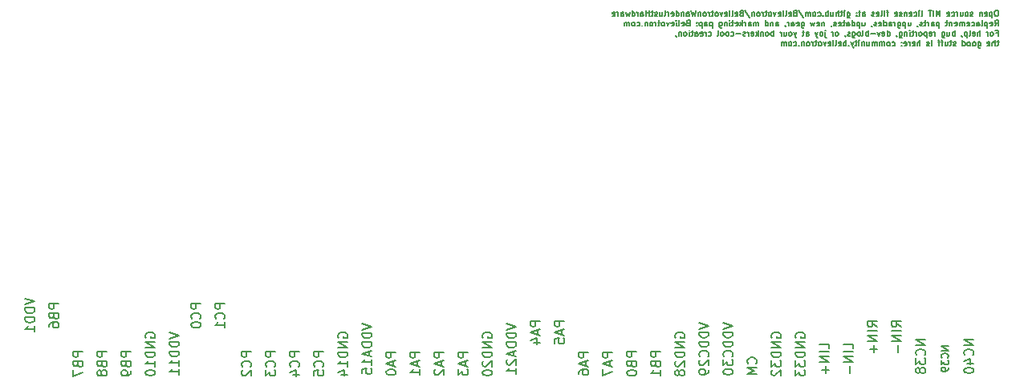
<source format=gbr>
G04 #@! TF.FileFunction,Legend,Bot*
%FSLAX46Y46*%
G04 Gerber Fmt 4.6, Leading zero omitted, Abs format (unit mm)*
G04 Created by KiCad (PCBNEW 4.0.4-stable) date 06/07/17 13:37:54*
%MOMM*%
%LPD*%
G01*
G04 APERTURE LIST*
%ADD10C,0.100000*%
%ADD11C,0.150000*%
G04 APERTURE END LIST*
D10*
D11*
X154047857Y46988571D02*
X153933571Y46988571D01*
X153876429Y46960000D01*
X153819286Y46902857D01*
X153790714Y46788571D01*
X153790714Y46588571D01*
X153819286Y46474286D01*
X153876429Y46417143D01*
X153933571Y46388571D01*
X154047857Y46388571D01*
X154105000Y46417143D01*
X154162143Y46474286D01*
X154190714Y46588571D01*
X154190714Y46788571D01*
X154162143Y46902857D01*
X154105000Y46960000D01*
X154047857Y46988571D01*
X153533572Y46788571D02*
X153533572Y46188571D01*
X153533572Y46760000D02*
X153476429Y46788571D01*
X153362143Y46788571D01*
X153305000Y46760000D01*
X153276429Y46731429D01*
X153247858Y46674286D01*
X153247858Y46502857D01*
X153276429Y46445714D01*
X153305000Y46417143D01*
X153362143Y46388571D01*
X153476429Y46388571D01*
X153533572Y46417143D01*
X152762143Y46417143D02*
X152819286Y46388571D01*
X152933572Y46388571D01*
X152990715Y46417143D01*
X153019286Y46474286D01*
X153019286Y46702857D01*
X152990715Y46760000D01*
X152933572Y46788571D01*
X152819286Y46788571D01*
X152762143Y46760000D01*
X152733572Y46702857D01*
X152733572Y46645714D01*
X153019286Y46588571D01*
X152476429Y46788571D02*
X152476429Y46388571D01*
X152476429Y46731429D02*
X152447857Y46760000D01*
X152390715Y46788571D01*
X152305000Y46788571D01*
X152247857Y46760000D01*
X152219286Y46702857D01*
X152219286Y46388571D01*
X151505000Y46417143D02*
X151447857Y46388571D01*
X151333572Y46388571D01*
X151276429Y46417143D01*
X151247857Y46474286D01*
X151247857Y46502857D01*
X151276429Y46560000D01*
X151333572Y46588571D01*
X151419286Y46588571D01*
X151476429Y46617143D01*
X151505000Y46674286D01*
X151505000Y46702857D01*
X151476429Y46760000D01*
X151419286Y46788571D01*
X151333572Y46788571D01*
X151276429Y46760000D01*
X150905001Y46388571D02*
X150962143Y46417143D01*
X150990715Y46445714D01*
X151019286Y46502857D01*
X151019286Y46674286D01*
X150990715Y46731429D01*
X150962143Y46760000D01*
X150905001Y46788571D01*
X150819286Y46788571D01*
X150762143Y46760000D01*
X150733572Y46731429D01*
X150705001Y46674286D01*
X150705001Y46502857D01*
X150733572Y46445714D01*
X150762143Y46417143D01*
X150819286Y46388571D01*
X150905001Y46388571D01*
X150190715Y46788571D02*
X150190715Y46388571D01*
X150447858Y46788571D02*
X150447858Y46474286D01*
X150419286Y46417143D01*
X150362144Y46388571D01*
X150276429Y46388571D01*
X150219286Y46417143D01*
X150190715Y46445714D01*
X149905001Y46388571D02*
X149905001Y46788571D01*
X149905001Y46674286D02*
X149876429Y46731429D01*
X149847858Y46760000D01*
X149790715Y46788571D01*
X149733572Y46788571D01*
X149276429Y46417143D02*
X149333572Y46388571D01*
X149447858Y46388571D01*
X149505000Y46417143D01*
X149533572Y46445714D01*
X149562143Y46502857D01*
X149562143Y46674286D01*
X149533572Y46731429D01*
X149505000Y46760000D01*
X149447858Y46788571D01*
X149333572Y46788571D01*
X149276429Y46760000D01*
X148790714Y46417143D02*
X148847857Y46388571D01*
X148962143Y46388571D01*
X149019286Y46417143D01*
X149047857Y46474286D01*
X149047857Y46702857D01*
X149019286Y46760000D01*
X148962143Y46788571D01*
X148847857Y46788571D01*
X148790714Y46760000D01*
X148762143Y46702857D01*
X148762143Y46645714D01*
X149047857Y46588571D01*
X148047857Y46388571D02*
X148047857Y46988571D01*
X147847857Y46560000D01*
X147647857Y46988571D01*
X147647857Y46388571D01*
X147362143Y46388571D02*
X147362143Y46988571D01*
X147162143Y46988571D02*
X146819286Y46988571D01*
X146990715Y46388571D02*
X146990715Y46988571D01*
X146076429Y46388571D02*
X146133571Y46417143D01*
X146162143Y46474286D01*
X146162143Y46988571D01*
X145847857Y46388571D02*
X145847857Y46788571D01*
X145847857Y46988571D02*
X145876428Y46960000D01*
X145847857Y46931429D01*
X145819285Y46960000D01*
X145847857Y46988571D01*
X145847857Y46931429D01*
X145305000Y46417143D02*
X145362143Y46388571D01*
X145476429Y46388571D01*
X145533571Y46417143D01*
X145562143Y46445714D01*
X145590714Y46502857D01*
X145590714Y46674286D01*
X145562143Y46731429D01*
X145533571Y46760000D01*
X145476429Y46788571D01*
X145362143Y46788571D01*
X145305000Y46760000D01*
X144819285Y46417143D02*
X144876428Y46388571D01*
X144990714Y46388571D01*
X145047857Y46417143D01*
X145076428Y46474286D01*
X145076428Y46702857D01*
X145047857Y46760000D01*
X144990714Y46788571D01*
X144876428Y46788571D01*
X144819285Y46760000D01*
X144790714Y46702857D01*
X144790714Y46645714D01*
X145076428Y46588571D01*
X144533571Y46788571D02*
X144533571Y46388571D01*
X144533571Y46731429D02*
X144504999Y46760000D01*
X144447857Y46788571D01*
X144362142Y46788571D01*
X144304999Y46760000D01*
X144276428Y46702857D01*
X144276428Y46388571D01*
X144019285Y46417143D02*
X143962142Y46388571D01*
X143847857Y46388571D01*
X143790714Y46417143D01*
X143762142Y46474286D01*
X143762142Y46502857D01*
X143790714Y46560000D01*
X143847857Y46588571D01*
X143933571Y46588571D01*
X143990714Y46617143D01*
X144019285Y46674286D01*
X144019285Y46702857D01*
X143990714Y46760000D01*
X143933571Y46788571D01*
X143847857Y46788571D01*
X143790714Y46760000D01*
X143276428Y46417143D02*
X143333571Y46388571D01*
X143447857Y46388571D01*
X143505000Y46417143D01*
X143533571Y46474286D01*
X143533571Y46702857D01*
X143505000Y46760000D01*
X143447857Y46788571D01*
X143333571Y46788571D01*
X143276428Y46760000D01*
X143247857Y46702857D01*
X143247857Y46645714D01*
X143533571Y46588571D01*
X142619285Y46788571D02*
X142390714Y46788571D01*
X142533571Y46388571D02*
X142533571Y46902857D01*
X142504999Y46960000D01*
X142447857Y46988571D01*
X142390714Y46988571D01*
X142190714Y46388571D02*
X142190714Y46788571D01*
X142190714Y46988571D02*
X142219285Y46960000D01*
X142190714Y46931429D01*
X142162142Y46960000D01*
X142190714Y46988571D01*
X142190714Y46931429D01*
X141819286Y46388571D02*
X141876428Y46417143D01*
X141905000Y46474286D01*
X141905000Y46988571D01*
X141362142Y46417143D02*
X141419285Y46388571D01*
X141533571Y46388571D01*
X141590714Y46417143D01*
X141619285Y46474286D01*
X141619285Y46702857D01*
X141590714Y46760000D01*
X141533571Y46788571D01*
X141419285Y46788571D01*
X141362142Y46760000D01*
X141333571Y46702857D01*
X141333571Y46645714D01*
X141619285Y46588571D01*
X141104999Y46417143D02*
X141047856Y46388571D01*
X140933571Y46388571D01*
X140876428Y46417143D01*
X140847856Y46474286D01*
X140847856Y46502857D01*
X140876428Y46560000D01*
X140933571Y46588571D01*
X141019285Y46588571D01*
X141076428Y46617143D01*
X141104999Y46674286D01*
X141104999Y46702857D01*
X141076428Y46760000D01*
X141019285Y46788571D01*
X140933571Y46788571D01*
X140876428Y46760000D01*
X139876428Y46388571D02*
X139876428Y46702857D01*
X139904999Y46760000D01*
X139962142Y46788571D01*
X140076428Y46788571D01*
X140133571Y46760000D01*
X139876428Y46417143D02*
X139933571Y46388571D01*
X140076428Y46388571D01*
X140133571Y46417143D01*
X140162142Y46474286D01*
X140162142Y46531429D01*
X140133571Y46588571D01*
X140076428Y46617143D01*
X139933571Y46617143D01*
X139876428Y46645714D01*
X139676428Y46788571D02*
X139447857Y46788571D01*
X139590714Y46988571D02*
X139590714Y46474286D01*
X139562142Y46417143D01*
X139505000Y46388571D01*
X139447857Y46388571D01*
X139247857Y46445714D02*
X139219285Y46417143D01*
X139247857Y46388571D01*
X139276428Y46417143D01*
X139247857Y46445714D01*
X139247857Y46388571D01*
X139247857Y46760000D02*
X139219285Y46731429D01*
X139247857Y46702857D01*
X139276428Y46731429D01*
X139247857Y46760000D01*
X139247857Y46702857D01*
X138247857Y46788571D02*
X138247857Y46302857D01*
X138276428Y46245714D01*
X138305000Y46217143D01*
X138362143Y46188571D01*
X138447857Y46188571D01*
X138505000Y46217143D01*
X138247857Y46417143D02*
X138305000Y46388571D01*
X138419286Y46388571D01*
X138476428Y46417143D01*
X138505000Y46445714D01*
X138533571Y46502857D01*
X138533571Y46674286D01*
X138505000Y46731429D01*
X138476428Y46760000D01*
X138419286Y46788571D01*
X138305000Y46788571D01*
X138247857Y46760000D01*
X137962143Y46388571D02*
X137962143Y46788571D01*
X137962143Y46988571D02*
X137990714Y46960000D01*
X137962143Y46931429D01*
X137933571Y46960000D01*
X137962143Y46988571D01*
X137962143Y46931429D01*
X137762143Y46788571D02*
X137533572Y46788571D01*
X137676429Y46988571D02*
X137676429Y46474286D01*
X137647857Y46417143D01*
X137590715Y46388571D01*
X137533572Y46388571D01*
X137333572Y46388571D02*
X137333572Y46988571D01*
X137076429Y46388571D02*
X137076429Y46702857D01*
X137105000Y46760000D01*
X137162143Y46788571D01*
X137247858Y46788571D01*
X137305000Y46760000D01*
X137333572Y46731429D01*
X136533572Y46788571D02*
X136533572Y46388571D01*
X136790715Y46788571D02*
X136790715Y46474286D01*
X136762143Y46417143D01*
X136705001Y46388571D01*
X136619286Y46388571D01*
X136562143Y46417143D01*
X136533572Y46445714D01*
X136247858Y46388571D02*
X136247858Y46988571D01*
X136247858Y46760000D02*
X136190715Y46788571D01*
X136076429Y46788571D01*
X136019286Y46760000D01*
X135990715Y46731429D01*
X135962144Y46674286D01*
X135962144Y46502857D01*
X135990715Y46445714D01*
X136019286Y46417143D01*
X136076429Y46388571D01*
X136190715Y46388571D01*
X136247858Y46417143D01*
X135705001Y46445714D02*
X135676429Y46417143D01*
X135705001Y46388571D01*
X135733572Y46417143D01*
X135705001Y46445714D01*
X135705001Y46388571D01*
X135162144Y46417143D02*
X135219287Y46388571D01*
X135333573Y46388571D01*
X135390715Y46417143D01*
X135419287Y46445714D01*
X135447858Y46502857D01*
X135447858Y46674286D01*
X135419287Y46731429D01*
X135390715Y46760000D01*
X135333573Y46788571D01*
X135219287Y46788571D01*
X135162144Y46760000D01*
X134819287Y46388571D02*
X134876429Y46417143D01*
X134905001Y46445714D01*
X134933572Y46502857D01*
X134933572Y46674286D01*
X134905001Y46731429D01*
X134876429Y46760000D01*
X134819287Y46788571D01*
X134733572Y46788571D01*
X134676429Y46760000D01*
X134647858Y46731429D01*
X134619287Y46674286D01*
X134619287Y46502857D01*
X134647858Y46445714D01*
X134676429Y46417143D01*
X134733572Y46388571D01*
X134819287Y46388571D01*
X134362144Y46388571D02*
X134362144Y46788571D01*
X134362144Y46731429D02*
X134333572Y46760000D01*
X134276430Y46788571D01*
X134190715Y46788571D01*
X134133572Y46760000D01*
X134105001Y46702857D01*
X134105001Y46388571D01*
X134105001Y46702857D02*
X134076430Y46760000D01*
X134019287Y46788571D01*
X133933572Y46788571D01*
X133876430Y46760000D01*
X133847858Y46702857D01*
X133847858Y46388571D01*
X133133572Y47017143D02*
X133647858Y46245714D01*
X132733573Y46702857D02*
X132647859Y46674286D01*
X132619287Y46645714D01*
X132590716Y46588571D01*
X132590716Y46502857D01*
X132619287Y46445714D01*
X132647859Y46417143D01*
X132705001Y46388571D01*
X132933573Y46388571D01*
X132933573Y46988571D01*
X132733573Y46988571D01*
X132676430Y46960000D01*
X132647859Y46931429D01*
X132619287Y46874286D01*
X132619287Y46817143D01*
X132647859Y46760000D01*
X132676430Y46731429D01*
X132733573Y46702857D01*
X132933573Y46702857D01*
X132105001Y46417143D02*
X132162144Y46388571D01*
X132276430Y46388571D01*
X132333573Y46417143D01*
X132362144Y46474286D01*
X132362144Y46702857D01*
X132333573Y46760000D01*
X132276430Y46788571D01*
X132162144Y46788571D01*
X132105001Y46760000D01*
X132076430Y46702857D01*
X132076430Y46645714D01*
X132362144Y46588571D01*
X131733573Y46388571D02*
X131790715Y46417143D01*
X131819287Y46474286D01*
X131819287Y46988571D01*
X131505001Y46388571D02*
X131505001Y46788571D01*
X131505001Y46988571D02*
X131533572Y46960000D01*
X131505001Y46931429D01*
X131476429Y46960000D01*
X131505001Y46988571D01*
X131505001Y46931429D01*
X130990715Y46417143D02*
X131047858Y46388571D01*
X131162144Y46388571D01*
X131219287Y46417143D01*
X131247858Y46474286D01*
X131247858Y46702857D01*
X131219287Y46760000D01*
X131162144Y46788571D01*
X131047858Y46788571D01*
X130990715Y46760000D01*
X130962144Y46702857D01*
X130962144Y46645714D01*
X131247858Y46588571D01*
X130762144Y46788571D02*
X130619287Y46388571D01*
X130476429Y46788571D01*
X130162144Y46388571D02*
X130219286Y46417143D01*
X130247858Y46445714D01*
X130276429Y46502857D01*
X130276429Y46674286D01*
X130247858Y46731429D01*
X130219286Y46760000D01*
X130162144Y46788571D01*
X130076429Y46788571D01*
X130019286Y46760000D01*
X129990715Y46731429D01*
X129962144Y46674286D01*
X129962144Y46502857D01*
X129990715Y46445714D01*
X130019286Y46417143D01*
X130076429Y46388571D01*
X130162144Y46388571D01*
X129790715Y46788571D02*
X129562144Y46788571D01*
X129705001Y46988571D02*
X129705001Y46474286D01*
X129676429Y46417143D01*
X129619287Y46388571D01*
X129562144Y46388571D01*
X129362144Y46388571D02*
X129362144Y46788571D01*
X129362144Y46674286D02*
X129333572Y46731429D01*
X129305001Y46760000D01*
X129247858Y46788571D01*
X129190715Y46788571D01*
X128905001Y46388571D02*
X128962143Y46417143D01*
X128990715Y46445714D01*
X129019286Y46502857D01*
X129019286Y46674286D01*
X128990715Y46731429D01*
X128962143Y46760000D01*
X128905001Y46788571D01*
X128819286Y46788571D01*
X128762143Y46760000D01*
X128733572Y46731429D01*
X128705001Y46674286D01*
X128705001Y46502857D01*
X128733572Y46445714D01*
X128762143Y46417143D01*
X128819286Y46388571D01*
X128905001Y46388571D01*
X128447858Y46788571D02*
X128447858Y46388571D01*
X128447858Y46731429D02*
X128419286Y46760000D01*
X128362144Y46788571D01*
X128276429Y46788571D01*
X128219286Y46760000D01*
X128190715Y46702857D01*
X128190715Y46388571D01*
X127476429Y47017143D02*
X127990715Y46245714D01*
X127076430Y46702857D02*
X126990716Y46674286D01*
X126962144Y46645714D01*
X126933573Y46588571D01*
X126933573Y46502857D01*
X126962144Y46445714D01*
X126990716Y46417143D01*
X127047858Y46388571D01*
X127276430Y46388571D01*
X127276430Y46988571D01*
X127076430Y46988571D01*
X127019287Y46960000D01*
X126990716Y46931429D01*
X126962144Y46874286D01*
X126962144Y46817143D01*
X126990716Y46760000D01*
X127019287Y46731429D01*
X127076430Y46702857D01*
X127276430Y46702857D01*
X126447858Y46417143D02*
X126505001Y46388571D01*
X126619287Y46388571D01*
X126676430Y46417143D01*
X126705001Y46474286D01*
X126705001Y46702857D01*
X126676430Y46760000D01*
X126619287Y46788571D01*
X126505001Y46788571D01*
X126447858Y46760000D01*
X126419287Y46702857D01*
X126419287Y46645714D01*
X126705001Y46588571D01*
X126076430Y46388571D02*
X126133572Y46417143D01*
X126162144Y46474286D01*
X126162144Y46988571D01*
X125847858Y46388571D02*
X125847858Y46788571D01*
X125847858Y46988571D02*
X125876429Y46960000D01*
X125847858Y46931429D01*
X125819286Y46960000D01*
X125847858Y46988571D01*
X125847858Y46931429D01*
X125333572Y46417143D02*
X125390715Y46388571D01*
X125505001Y46388571D01*
X125562144Y46417143D01*
X125590715Y46474286D01*
X125590715Y46702857D01*
X125562144Y46760000D01*
X125505001Y46788571D01*
X125390715Y46788571D01*
X125333572Y46760000D01*
X125305001Y46702857D01*
X125305001Y46645714D01*
X125590715Y46588571D01*
X125105001Y46788571D02*
X124962144Y46388571D01*
X124819286Y46788571D01*
X124505001Y46388571D02*
X124562143Y46417143D01*
X124590715Y46445714D01*
X124619286Y46502857D01*
X124619286Y46674286D01*
X124590715Y46731429D01*
X124562143Y46760000D01*
X124505001Y46788571D01*
X124419286Y46788571D01*
X124362143Y46760000D01*
X124333572Y46731429D01*
X124305001Y46674286D01*
X124305001Y46502857D01*
X124333572Y46445714D01*
X124362143Y46417143D01*
X124419286Y46388571D01*
X124505001Y46388571D01*
X124133572Y46788571D02*
X123905001Y46788571D01*
X124047858Y46988571D02*
X124047858Y46474286D01*
X124019286Y46417143D01*
X123962144Y46388571D01*
X123905001Y46388571D01*
X123705001Y46388571D02*
X123705001Y46788571D01*
X123705001Y46674286D02*
X123676429Y46731429D01*
X123647858Y46760000D01*
X123590715Y46788571D01*
X123533572Y46788571D01*
X123247858Y46388571D02*
X123305000Y46417143D01*
X123333572Y46445714D01*
X123362143Y46502857D01*
X123362143Y46674286D01*
X123333572Y46731429D01*
X123305000Y46760000D01*
X123247858Y46788571D01*
X123162143Y46788571D01*
X123105000Y46760000D01*
X123076429Y46731429D01*
X123047858Y46674286D01*
X123047858Y46502857D01*
X123076429Y46445714D01*
X123105000Y46417143D01*
X123162143Y46388571D01*
X123247858Y46388571D01*
X122790715Y46788571D02*
X122790715Y46388571D01*
X122790715Y46731429D02*
X122762143Y46760000D01*
X122705001Y46788571D01*
X122619286Y46788571D01*
X122562143Y46760000D01*
X122533572Y46702857D01*
X122533572Y46388571D01*
X122305001Y46988571D02*
X122162144Y46388571D01*
X122047858Y46817143D01*
X121933572Y46388571D01*
X121790715Y46988571D01*
X121305001Y46388571D02*
X121305001Y46702857D01*
X121333572Y46760000D01*
X121390715Y46788571D01*
X121505001Y46788571D01*
X121562144Y46760000D01*
X121305001Y46417143D02*
X121362144Y46388571D01*
X121505001Y46388571D01*
X121562144Y46417143D01*
X121590715Y46474286D01*
X121590715Y46531429D01*
X121562144Y46588571D01*
X121505001Y46617143D01*
X121362144Y46617143D01*
X121305001Y46645714D01*
X121019287Y46788571D02*
X121019287Y46388571D01*
X121019287Y46731429D02*
X120990715Y46760000D01*
X120933573Y46788571D01*
X120847858Y46788571D01*
X120790715Y46760000D01*
X120762144Y46702857D01*
X120762144Y46388571D01*
X120219287Y46388571D02*
X120219287Y46988571D01*
X120219287Y46417143D02*
X120276430Y46388571D01*
X120390716Y46388571D01*
X120447858Y46417143D01*
X120476430Y46445714D01*
X120505001Y46502857D01*
X120505001Y46674286D01*
X120476430Y46731429D01*
X120447858Y46760000D01*
X120390716Y46788571D01*
X120276430Y46788571D01*
X120219287Y46760000D01*
X119705001Y46417143D02*
X119762144Y46388571D01*
X119876430Y46388571D01*
X119933573Y46417143D01*
X119962144Y46474286D01*
X119962144Y46702857D01*
X119933573Y46760000D01*
X119876430Y46788571D01*
X119762144Y46788571D01*
X119705001Y46760000D01*
X119676430Y46702857D01*
X119676430Y46645714D01*
X119962144Y46588571D01*
X119419287Y46388571D02*
X119419287Y46788571D01*
X119419287Y46674286D02*
X119390715Y46731429D01*
X119362144Y46760000D01*
X119305001Y46788571D01*
X119247858Y46788571D01*
X118962144Y46388571D02*
X119019286Y46417143D01*
X119047858Y46474286D01*
X119047858Y46988571D01*
X118476429Y46788571D02*
X118476429Y46388571D01*
X118733572Y46788571D02*
X118733572Y46474286D01*
X118705000Y46417143D01*
X118647858Y46388571D01*
X118562143Y46388571D01*
X118505000Y46417143D01*
X118476429Y46445714D01*
X118219286Y46417143D02*
X118162143Y46388571D01*
X118047858Y46388571D01*
X117990715Y46417143D01*
X117962143Y46474286D01*
X117962143Y46502857D01*
X117990715Y46560000D01*
X118047858Y46588571D01*
X118133572Y46588571D01*
X118190715Y46617143D01*
X118219286Y46674286D01*
X118219286Y46702857D01*
X118190715Y46760000D01*
X118133572Y46788571D01*
X118047858Y46788571D01*
X117990715Y46760000D01*
X117790715Y46788571D02*
X117562144Y46788571D01*
X117705001Y46988571D02*
X117705001Y46474286D01*
X117676429Y46417143D01*
X117619287Y46388571D01*
X117562144Y46388571D01*
X117362144Y46388571D02*
X117362144Y46988571D01*
X117362144Y46702857D02*
X117019287Y46702857D01*
X117019287Y46388571D02*
X117019287Y46988571D01*
X116476430Y46388571D02*
X116476430Y46702857D01*
X116505001Y46760000D01*
X116562144Y46788571D01*
X116676430Y46788571D01*
X116733573Y46760000D01*
X116476430Y46417143D02*
X116533573Y46388571D01*
X116676430Y46388571D01*
X116733573Y46417143D01*
X116762144Y46474286D01*
X116762144Y46531429D01*
X116733573Y46588571D01*
X116676430Y46617143D01*
X116533573Y46617143D01*
X116476430Y46645714D01*
X116190716Y46388571D02*
X116190716Y46788571D01*
X116190716Y46674286D02*
X116162144Y46731429D01*
X116133573Y46760000D01*
X116076430Y46788571D01*
X116019287Y46788571D01*
X115562144Y46388571D02*
X115562144Y46988571D01*
X115562144Y46417143D02*
X115619287Y46388571D01*
X115733573Y46388571D01*
X115790715Y46417143D01*
X115819287Y46445714D01*
X115847858Y46502857D01*
X115847858Y46674286D01*
X115819287Y46731429D01*
X115790715Y46760000D01*
X115733573Y46788571D01*
X115619287Y46788571D01*
X115562144Y46760000D01*
X115333573Y46788571D02*
X115219287Y46388571D01*
X115105001Y46674286D01*
X114990716Y46388571D01*
X114876430Y46788571D01*
X114390716Y46388571D02*
X114390716Y46702857D01*
X114419287Y46760000D01*
X114476430Y46788571D01*
X114590716Y46788571D01*
X114647859Y46760000D01*
X114390716Y46417143D02*
X114447859Y46388571D01*
X114590716Y46388571D01*
X114647859Y46417143D01*
X114676430Y46474286D01*
X114676430Y46531429D01*
X114647859Y46588571D01*
X114590716Y46617143D01*
X114447859Y46617143D01*
X114390716Y46645714D01*
X114105002Y46388571D02*
X114105002Y46788571D01*
X114105002Y46674286D02*
X114076430Y46731429D01*
X114047859Y46760000D01*
X113990716Y46788571D01*
X113933573Y46788571D01*
X113505001Y46417143D02*
X113562144Y46388571D01*
X113676430Y46388571D01*
X113733573Y46417143D01*
X113762144Y46474286D01*
X113762144Y46702857D01*
X113733573Y46760000D01*
X113676430Y46788571D01*
X113562144Y46788571D01*
X113505001Y46760000D01*
X113476430Y46702857D01*
X113476430Y46645714D01*
X113762144Y46588571D01*
X153819286Y45338571D02*
X154019286Y45624286D01*
X154162143Y45338571D02*
X154162143Y45938571D01*
X153933571Y45938571D01*
X153876429Y45910000D01*
X153847857Y45881429D01*
X153819286Y45824286D01*
X153819286Y45738571D01*
X153847857Y45681429D01*
X153876429Y45652857D01*
X153933571Y45624286D01*
X154162143Y45624286D01*
X153333571Y45367143D02*
X153390714Y45338571D01*
X153505000Y45338571D01*
X153562143Y45367143D01*
X153590714Y45424286D01*
X153590714Y45652857D01*
X153562143Y45710000D01*
X153505000Y45738571D01*
X153390714Y45738571D01*
X153333571Y45710000D01*
X153305000Y45652857D01*
X153305000Y45595714D01*
X153590714Y45538571D01*
X153047857Y45738571D02*
X153047857Y45138571D01*
X153047857Y45710000D02*
X152990714Y45738571D01*
X152876428Y45738571D01*
X152819285Y45710000D01*
X152790714Y45681429D01*
X152762143Y45624286D01*
X152762143Y45452857D01*
X152790714Y45395714D01*
X152819285Y45367143D01*
X152876428Y45338571D01*
X152990714Y45338571D01*
X153047857Y45367143D01*
X152419286Y45338571D02*
X152476428Y45367143D01*
X152505000Y45424286D01*
X152505000Y45938571D01*
X151933571Y45338571D02*
X151933571Y45652857D01*
X151962142Y45710000D01*
X152019285Y45738571D01*
X152133571Y45738571D01*
X152190714Y45710000D01*
X151933571Y45367143D02*
X151990714Y45338571D01*
X152133571Y45338571D01*
X152190714Y45367143D01*
X152219285Y45424286D01*
X152219285Y45481429D01*
X152190714Y45538571D01*
X152133571Y45567143D01*
X151990714Y45567143D01*
X151933571Y45595714D01*
X151390714Y45367143D02*
X151447857Y45338571D01*
X151562143Y45338571D01*
X151619285Y45367143D01*
X151647857Y45395714D01*
X151676428Y45452857D01*
X151676428Y45624286D01*
X151647857Y45681429D01*
X151619285Y45710000D01*
X151562143Y45738571D01*
X151447857Y45738571D01*
X151390714Y45710000D01*
X150904999Y45367143D02*
X150962142Y45338571D01*
X151076428Y45338571D01*
X151133571Y45367143D01*
X151162142Y45424286D01*
X151162142Y45652857D01*
X151133571Y45710000D01*
X151076428Y45738571D01*
X150962142Y45738571D01*
X150904999Y45710000D01*
X150876428Y45652857D01*
X150876428Y45595714D01*
X151162142Y45538571D01*
X150619285Y45338571D02*
X150619285Y45738571D01*
X150619285Y45681429D02*
X150590713Y45710000D01*
X150533571Y45738571D01*
X150447856Y45738571D01*
X150390713Y45710000D01*
X150362142Y45652857D01*
X150362142Y45338571D01*
X150362142Y45652857D02*
X150333571Y45710000D01*
X150276428Y45738571D01*
X150190713Y45738571D01*
X150133571Y45710000D01*
X150104999Y45652857D01*
X150104999Y45338571D01*
X149590713Y45367143D02*
X149647856Y45338571D01*
X149762142Y45338571D01*
X149819285Y45367143D01*
X149847856Y45424286D01*
X149847856Y45652857D01*
X149819285Y45710000D01*
X149762142Y45738571D01*
X149647856Y45738571D01*
X149590713Y45710000D01*
X149562142Y45652857D01*
X149562142Y45595714D01*
X149847856Y45538571D01*
X149304999Y45738571D02*
X149304999Y45338571D01*
X149304999Y45681429D02*
X149276427Y45710000D01*
X149219285Y45738571D01*
X149133570Y45738571D01*
X149076427Y45710000D01*
X149047856Y45652857D01*
X149047856Y45338571D01*
X148847856Y45738571D02*
X148619285Y45738571D01*
X148762142Y45938571D02*
X148762142Y45424286D01*
X148733570Y45367143D01*
X148676428Y45338571D01*
X148619285Y45338571D01*
X147962142Y45738571D02*
X147962142Y45138571D01*
X147962142Y45710000D02*
X147904999Y45738571D01*
X147790713Y45738571D01*
X147733570Y45710000D01*
X147704999Y45681429D01*
X147676428Y45624286D01*
X147676428Y45452857D01*
X147704999Y45395714D01*
X147733570Y45367143D01*
X147790713Y45338571D01*
X147904999Y45338571D01*
X147962142Y45367143D01*
X147162142Y45338571D02*
X147162142Y45652857D01*
X147190713Y45710000D01*
X147247856Y45738571D01*
X147362142Y45738571D01*
X147419285Y45710000D01*
X147162142Y45367143D02*
X147219285Y45338571D01*
X147362142Y45338571D01*
X147419285Y45367143D01*
X147447856Y45424286D01*
X147447856Y45481429D01*
X147419285Y45538571D01*
X147362142Y45567143D01*
X147219285Y45567143D01*
X147162142Y45595714D01*
X146876428Y45338571D02*
X146876428Y45738571D01*
X146876428Y45624286D02*
X146847856Y45681429D01*
X146819285Y45710000D01*
X146762142Y45738571D01*
X146704999Y45738571D01*
X146590713Y45738571D02*
X146362142Y45738571D01*
X146504999Y45938571D02*
X146504999Y45424286D01*
X146476427Y45367143D01*
X146419285Y45338571D01*
X146362142Y45338571D01*
X146190713Y45367143D02*
X146133570Y45338571D01*
X146019285Y45338571D01*
X145962142Y45367143D01*
X145933570Y45424286D01*
X145933570Y45452857D01*
X145962142Y45510000D01*
X146019285Y45538571D01*
X146104999Y45538571D01*
X146162142Y45567143D01*
X146190713Y45624286D01*
X146190713Y45652857D01*
X146162142Y45710000D01*
X146104999Y45738571D01*
X146019285Y45738571D01*
X145962142Y45710000D01*
X145647856Y45367143D02*
X145647856Y45338571D01*
X145676428Y45281429D01*
X145704999Y45252857D01*
X144676428Y45738571D02*
X144676428Y45338571D01*
X144933571Y45738571D02*
X144933571Y45424286D01*
X144904999Y45367143D01*
X144847857Y45338571D01*
X144762142Y45338571D01*
X144704999Y45367143D01*
X144676428Y45395714D01*
X144390714Y45738571D02*
X144390714Y45138571D01*
X144390714Y45710000D02*
X144333571Y45738571D01*
X144219285Y45738571D01*
X144162142Y45710000D01*
X144133571Y45681429D01*
X144105000Y45624286D01*
X144105000Y45452857D01*
X144133571Y45395714D01*
X144162142Y45367143D01*
X144219285Y45338571D01*
X144333571Y45338571D01*
X144390714Y45367143D01*
X143590714Y45738571D02*
X143590714Y45252857D01*
X143619285Y45195714D01*
X143647857Y45167143D01*
X143705000Y45138571D01*
X143790714Y45138571D01*
X143847857Y45167143D01*
X143590714Y45367143D02*
X143647857Y45338571D01*
X143762143Y45338571D01*
X143819285Y45367143D01*
X143847857Y45395714D01*
X143876428Y45452857D01*
X143876428Y45624286D01*
X143847857Y45681429D01*
X143819285Y45710000D01*
X143762143Y45738571D01*
X143647857Y45738571D01*
X143590714Y45710000D01*
X143305000Y45338571D02*
X143305000Y45738571D01*
X143305000Y45624286D02*
X143276428Y45681429D01*
X143247857Y45710000D01*
X143190714Y45738571D01*
X143133571Y45738571D01*
X142676428Y45338571D02*
X142676428Y45652857D01*
X142704999Y45710000D01*
X142762142Y45738571D01*
X142876428Y45738571D01*
X142933571Y45710000D01*
X142676428Y45367143D02*
X142733571Y45338571D01*
X142876428Y45338571D01*
X142933571Y45367143D01*
X142962142Y45424286D01*
X142962142Y45481429D01*
X142933571Y45538571D01*
X142876428Y45567143D01*
X142733571Y45567143D01*
X142676428Y45595714D01*
X142133571Y45338571D02*
X142133571Y45938571D01*
X142133571Y45367143D02*
X142190714Y45338571D01*
X142305000Y45338571D01*
X142362142Y45367143D01*
X142390714Y45395714D01*
X142419285Y45452857D01*
X142419285Y45624286D01*
X142390714Y45681429D01*
X142362142Y45710000D01*
X142305000Y45738571D01*
X142190714Y45738571D01*
X142133571Y45710000D01*
X141619285Y45367143D02*
X141676428Y45338571D01*
X141790714Y45338571D01*
X141847857Y45367143D01*
X141876428Y45424286D01*
X141876428Y45652857D01*
X141847857Y45710000D01*
X141790714Y45738571D01*
X141676428Y45738571D01*
X141619285Y45710000D01*
X141590714Y45652857D01*
X141590714Y45595714D01*
X141876428Y45538571D01*
X141362142Y45367143D02*
X141304999Y45338571D01*
X141190714Y45338571D01*
X141133571Y45367143D01*
X141104999Y45424286D01*
X141104999Y45452857D01*
X141133571Y45510000D01*
X141190714Y45538571D01*
X141276428Y45538571D01*
X141333571Y45567143D01*
X141362142Y45624286D01*
X141362142Y45652857D01*
X141333571Y45710000D01*
X141276428Y45738571D01*
X141190714Y45738571D01*
X141133571Y45710000D01*
X140819285Y45367143D02*
X140819285Y45338571D01*
X140847857Y45281429D01*
X140876428Y45252857D01*
X139847857Y45738571D02*
X139847857Y45338571D01*
X140105000Y45738571D02*
X140105000Y45424286D01*
X140076428Y45367143D01*
X140019286Y45338571D01*
X139933571Y45338571D01*
X139876428Y45367143D01*
X139847857Y45395714D01*
X139562143Y45738571D02*
X139562143Y45138571D01*
X139562143Y45710000D02*
X139505000Y45738571D01*
X139390714Y45738571D01*
X139333571Y45710000D01*
X139305000Y45681429D01*
X139276429Y45624286D01*
X139276429Y45452857D01*
X139305000Y45395714D01*
X139333571Y45367143D01*
X139390714Y45338571D01*
X139505000Y45338571D01*
X139562143Y45367143D01*
X138762143Y45338571D02*
X138762143Y45938571D01*
X138762143Y45367143D02*
X138819286Y45338571D01*
X138933572Y45338571D01*
X138990714Y45367143D01*
X139019286Y45395714D01*
X139047857Y45452857D01*
X139047857Y45624286D01*
X139019286Y45681429D01*
X138990714Y45710000D01*
X138933572Y45738571D01*
X138819286Y45738571D01*
X138762143Y45710000D01*
X138219286Y45338571D02*
X138219286Y45652857D01*
X138247857Y45710000D01*
X138305000Y45738571D01*
X138419286Y45738571D01*
X138476429Y45710000D01*
X138219286Y45367143D02*
X138276429Y45338571D01*
X138419286Y45338571D01*
X138476429Y45367143D01*
X138505000Y45424286D01*
X138505000Y45481429D01*
X138476429Y45538571D01*
X138419286Y45567143D01*
X138276429Y45567143D01*
X138219286Y45595714D01*
X138019286Y45738571D02*
X137790715Y45738571D01*
X137933572Y45938571D02*
X137933572Y45424286D01*
X137905000Y45367143D01*
X137847858Y45338571D01*
X137790715Y45338571D01*
X137362143Y45367143D02*
X137419286Y45338571D01*
X137533572Y45338571D01*
X137590715Y45367143D01*
X137619286Y45424286D01*
X137619286Y45652857D01*
X137590715Y45710000D01*
X137533572Y45738571D01*
X137419286Y45738571D01*
X137362143Y45710000D01*
X137333572Y45652857D01*
X137333572Y45595714D01*
X137619286Y45538571D01*
X137105000Y45367143D02*
X137047857Y45338571D01*
X136933572Y45338571D01*
X136876429Y45367143D01*
X136847857Y45424286D01*
X136847857Y45452857D01*
X136876429Y45510000D01*
X136933572Y45538571D01*
X137019286Y45538571D01*
X137076429Y45567143D01*
X137105000Y45624286D01*
X137105000Y45652857D01*
X137076429Y45710000D01*
X137019286Y45738571D01*
X136933572Y45738571D01*
X136876429Y45710000D01*
X136562143Y45367143D02*
X136562143Y45338571D01*
X136590715Y45281429D01*
X136619286Y45252857D01*
X135847858Y45738571D02*
X135847858Y45338571D01*
X135847858Y45681429D02*
X135819286Y45710000D01*
X135762144Y45738571D01*
X135676429Y45738571D01*
X135619286Y45710000D01*
X135590715Y45652857D01*
X135590715Y45338571D01*
X135076429Y45367143D02*
X135133572Y45338571D01*
X135247858Y45338571D01*
X135305001Y45367143D01*
X135333572Y45424286D01*
X135333572Y45652857D01*
X135305001Y45710000D01*
X135247858Y45738571D01*
X135133572Y45738571D01*
X135076429Y45710000D01*
X135047858Y45652857D01*
X135047858Y45595714D01*
X135333572Y45538571D01*
X134847858Y45738571D02*
X134733572Y45338571D01*
X134619286Y45624286D01*
X134505001Y45338571D01*
X134390715Y45738571D01*
X133447858Y45738571D02*
X133447858Y45252857D01*
X133476429Y45195714D01*
X133505001Y45167143D01*
X133562144Y45138571D01*
X133647858Y45138571D01*
X133705001Y45167143D01*
X133447858Y45367143D02*
X133505001Y45338571D01*
X133619287Y45338571D01*
X133676429Y45367143D01*
X133705001Y45395714D01*
X133733572Y45452857D01*
X133733572Y45624286D01*
X133705001Y45681429D01*
X133676429Y45710000D01*
X133619287Y45738571D01*
X133505001Y45738571D01*
X133447858Y45710000D01*
X132933572Y45367143D02*
X132990715Y45338571D01*
X133105001Y45338571D01*
X133162144Y45367143D01*
X133190715Y45424286D01*
X133190715Y45652857D01*
X133162144Y45710000D01*
X133105001Y45738571D01*
X132990715Y45738571D01*
X132933572Y45710000D01*
X132905001Y45652857D01*
X132905001Y45595714D01*
X133190715Y45538571D01*
X132390715Y45338571D02*
X132390715Y45652857D01*
X132419286Y45710000D01*
X132476429Y45738571D01*
X132590715Y45738571D01*
X132647858Y45710000D01*
X132390715Y45367143D02*
X132447858Y45338571D01*
X132590715Y45338571D01*
X132647858Y45367143D01*
X132676429Y45424286D01*
X132676429Y45481429D01*
X132647858Y45538571D01*
X132590715Y45567143D01*
X132447858Y45567143D01*
X132390715Y45595714D01*
X132105001Y45338571D02*
X132105001Y45738571D01*
X132105001Y45624286D02*
X132076429Y45681429D01*
X132047858Y45710000D01*
X131990715Y45738571D01*
X131933572Y45738571D01*
X131705000Y45367143D02*
X131705000Y45338571D01*
X131733572Y45281429D01*
X131762143Y45252857D01*
X130733572Y45338571D02*
X130733572Y45652857D01*
X130762143Y45710000D01*
X130819286Y45738571D01*
X130933572Y45738571D01*
X130990715Y45710000D01*
X130733572Y45367143D02*
X130790715Y45338571D01*
X130933572Y45338571D01*
X130990715Y45367143D01*
X131019286Y45424286D01*
X131019286Y45481429D01*
X130990715Y45538571D01*
X130933572Y45567143D01*
X130790715Y45567143D01*
X130733572Y45595714D01*
X130447858Y45738571D02*
X130447858Y45338571D01*
X130447858Y45681429D02*
X130419286Y45710000D01*
X130362144Y45738571D01*
X130276429Y45738571D01*
X130219286Y45710000D01*
X130190715Y45652857D01*
X130190715Y45338571D01*
X129647858Y45338571D02*
X129647858Y45938571D01*
X129647858Y45367143D02*
X129705001Y45338571D01*
X129819287Y45338571D01*
X129876429Y45367143D01*
X129905001Y45395714D01*
X129933572Y45452857D01*
X129933572Y45624286D01*
X129905001Y45681429D01*
X129876429Y45710000D01*
X129819287Y45738571D01*
X129705001Y45738571D01*
X129647858Y45710000D01*
X128905001Y45338571D02*
X128905001Y45738571D01*
X128905001Y45681429D02*
X128876429Y45710000D01*
X128819287Y45738571D01*
X128733572Y45738571D01*
X128676429Y45710000D01*
X128647858Y45652857D01*
X128647858Y45338571D01*
X128647858Y45652857D02*
X128619287Y45710000D01*
X128562144Y45738571D01*
X128476429Y45738571D01*
X128419287Y45710000D01*
X128390715Y45652857D01*
X128390715Y45338571D01*
X127847858Y45338571D02*
X127847858Y45652857D01*
X127876429Y45710000D01*
X127933572Y45738571D01*
X128047858Y45738571D01*
X128105001Y45710000D01*
X127847858Y45367143D02*
X127905001Y45338571D01*
X128047858Y45338571D01*
X128105001Y45367143D01*
X128133572Y45424286D01*
X128133572Y45481429D01*
X128105001Y45538571D01*
X128047858Y45567143D01*
X127905001Y45567143D01*
X127847858Y45595714D01*
X127562144Y45338571D02*
X127562144Y45738571D01*
X127562144Y45624286D02*
X127533572Y45681429D01*
X127505001Y45710000D01*
X127447858Y45738571D01*
X127390715Y45738571D01*
X127190715Y45338571D02*
X127190715Y45938571D01*
X127133572Y45567143D02*
X126962143Y45338571D01*
X126962143Y45738571D02*
X127190715Y45510000D01*
X126476429Y45367143D02*
X126533572Y45338571D01*
X126647858Y45338571D01*
X126705001Y45367143D01*
X126733572Y45424286D01*
X126733572Y45652857D01*
X126705001Y45710000D01*
X126647858Y45738571D01*
X126533572Y45738571D01*
X126476429Y45710000D01*
X126447858Y45652857D01*
X126447858Y45595714D01*
X126733572Y45538571D01*
X126276429Y45738571D02*
X126047858Y45738571D01*
X126190715Y45938571D02*
X126190715Y45424286D01*
X126162143Y45367143D01*
X126105001Y45338571D01*
X126047858Y45338571D01*
X125847858Y45338571D02*
X125847858Y45738571D01*
X125847858Y45938571D02*
X125876429Y45910000D01*
X125847858Y45881429D01*
X125819286Y45910000D01*
X125847858Y45938571D01*
X125847858Y45881429D01*
X125562144Y45738571D02*
X125562144Y45338571D01*
X125562144Y45681429D02*
X125533572Y45710000D01*
X125476430Y45738571D01*
X125390715Y45738571D01*
X125333572Y45710000D01*
X125305001Y45652857D01*
X125305001Y45338571D01*
X124762144Y45738571D02*
X124762144Y45252857D01*
X124790715Y45195714D01*
X124819287Y45167143D01*
X124876430Y45138571D01*
X124962144Y45138571D01*
X125019287Y45167143D01*
X124762144Y45367143D02*
X124819287Y45338571D01*
X124933573Y45338571D01*
X124990715Y45367143D01*
X125019287Y45395714D01*
X125047858Y45452857D01*
X125047858Y45624286D01*
X125019287Y45681429D01*
X124990715Y45710000D01*
X124933573Y45738571D01*
X124819287Y45738571D01*
X124762144Y45710000D01*
X124019287Y45738571D02*
X124019287Y45138571D01*
X124019287Y45710000D02*
X123962144Y45738571D01*
X123847858Y45738571D01*
X123790715Y45710000D01*
X123762144Y45681429D01*
X123733573Y45624286D01*
X123733573Y45452857D01*
X123762144Y45395714D01*
X123790715Y45367143D01*
X123847858Y45338571D01*
X123962144Y45338571D01*
X124019287Y45367143D01*
X123219287Y45338571D02*
X123219287Y45652857D01*
X123247858Y45710000D01*
X123305001Y45738571D01*
X123419287Y45738571D01*
X123476430Y45710000D01*
X123219287Y45367143D02*
X123276430Y45338571D01*
X123419287Y45338571D01*
X123476430Y45367143D01*
X123505001Y45424286D01*
X123505001Y45481429D01*
X123476430Y45538571D01*
X123419287Y45567143D01*
X123276430Y45567143D01*
X123219287Y45595714D01*
X122933573Y45738571D02*
X122933573Y45138571D01*
X122933573Y45710000D02*
X122876430Y45738571D01*
X122762144Y45738571D01*
X122705001Y45710000D01*
X122676430Y45681429D01*
X122647859Y45624286D01*
X122647859Y45452857D01*
X122676430Y45395714D01*
X122705001Y45367143D01*
X122762144Y45338571D01*
X122876430Y45338571D01*
X122933573Y45367143D01*
X122390716Y45395714D02*
X122362144Y45367143D01*
X122390716Y45338571D01*
X122419287Y45367143D01*
X122390716Y45395714D01*
X122390716Y45338571D01*
X122390716Y45710000D02*
X122362144Y45681429D01*
X122390716Y45652857D01*
X122419287Y45681429D01*
X122390716Y45710000D01*
X122390716Y45652857D01*
X121447859Y45652857D02*
X121362145Y45624286D01*
X121333573Y45595714D01*
X121305002Y45538571D01*
X121305002Y45452857D01*
X121333573Y45395714D01*
X121362145Y45367143D01*
X121419287Y45338571D01*
X121647859Y45338571D01*
X121647859Y45938571D01*
X121447859Y45938571D01*
X121390716Y45910000D01*
X121362145Y45881429D01*
X121333573Y45824286D01*
X121333573Y45767143D01*
X121362145Y45710000D01*
X121390716Y45681429D01*
X121447859Y45652857D01*
X121647859Y45652857D01*
X120819287Y45367143D02*
X120876430Y45338571D01*
X120990716Y45338571D01*
X121047859Y45367143D01*
X121076430Y45424286D01*
X121076430Y45652857D01*
X121047859Y45710000D01*
X120990716Y45738571D01*
X120876430Y45738571D01*
X120819287Y45710000D01*
X120790716Y45652857D01*
X120790716Y45595714D01*
X121076430Y45538571D01*
X120447859Y45338571D02*
X120505001Y45367143D01*
X120533573Y45424286D01*
X120533573Y45938571D01*
X120219287Y45338571D02*
X120219287Y45738571D01*
X120219287Y45938571D02*
X120247858Y45910000D01*
X120219287Y45881429D01*
X120190715Y45910000D01*
X120219287Y45938571D01*
X120219287Y45881429D01*
X119705001Y45367143D02*
X119762144Y45338571D01*
X119876430Y45338571D01*
X119933573Y45367143D01*
X119962144Y45424286D01*
X119962144Y45652857D01*
X119933573Y45710000D01*
X119876430Y45738571D01*
X119762144Y45738571D01*
X119705001Y45710000D01*
X119676430Y45652857D01*
X119676430Y45595714D01*
X119962144Y45538571D01*
X119476430Y45738571D02*
X119333573Y45338571D01*
X119190715Y45738571D01*
X118876430Y45338571D02*
X118933572Y45367143D01*
X118962144Y45395714D01*
X118990715Y45452857D01*
X118990715Y45624286D01*
X118962144Y45681429D01*
X118933572Y45710000D01*
X118876430Y45738571D01*
X118790715Y45738571D01*
X118733572Y45710000D01*
X118705001Y45681429D01*
X118676430Y45624286D01*
X118676430Y45452857D01*
X118705001Y45395714D01*
X118733572Y45367143D01*
X118790715Y45338571D01*
X118876430Y45338571D01*
X118505001Y45738571D02*
X118276430Y45738571D01*
X118419287Y45938571D02*
X118419287Y45424286D01*
X118390715Y45367143D01*
X118333573Y45338571D01*
X118276430Y45338571D01*
X118076430Y45338571D02*
X118076430Y45738571D01*
X118076430Y45624286D02*
X118047858Y45681429D01*
X118019287Y45710000D01*
X117962144Y45738571D01*
X117905001Y45738571D01*
X117619287Y45338571D02*
X117676429Y45367143D01*
X117705001Y45395714D01*
X117733572Y45452857D01*
X117733572Y45624286D01*
X117705001Y45681429D01*
X117676429Y45710000D01*
X117619287Y45738571D01*
X117533572Y45738571D01*
X117476429Y45710000D01*
X117447858Y45681429D01*
X117419287Y45624286D01*
X117419287Y45452857D01*
X117447858Y45395714D01*
X117476429Y45367143D01*
X117533572Y45338571D01*
X117619287Y45338571D01*
X117162144Y45738571D02*
X117162144Y45338571D01*
X117162144Y45681429D02*
X117133572Y45710000D01*
X117076430Y45738571D01*
X116990715Y45738571D01*
X116933572Y45710000D01*
X116905001Y45652857D01*
X116905001Y45338571D01*
X116619287Y45395714D02*
X116590715Y45367143D01*
X116619287Y45338571D01*
X116647858Y45367143D01*
X116619287Y45395714D01*
X116619287Y45338571D01*
X116076430Y45367143D02*
X116133573Y45338571D01*
X116247859Y45338571D01*
X116305001Y45367143D01*
X116333573Y45395714D01*
X116362144Y45452857D01*
X116362144Y45624286D01*
X116333573Y45681429D01*
X116305001Y45710000D01*
X116247859Y45738571D01*
X116133573Y45738571D01*
X116076430Y45710000D01*
X115733573Y45338571D02*
X115790715Y45367143D01*
X115819287Y45395714D01*
X115847858Y45452857D01*
X115847858Y45624286D01*
X115819287Y45681429D01*
X115790715Y45710000D01*
X115733573Y45738571D01*
X115647858Y45738571D01*
X115590715Y45710000D01*
X115562144Y45681429D01*
X115533573Y45624286D01*
X115533573Y45452857D01*
X115562144Y45395714D01*
X115590715Y45367143D01*
X115647858Y45338571D01*
X115733573Y45338571D01*
X115276430Y45338571D02*
X115276430Y45738571D01*
X115276430Y45681429D02*
X115247858Y45710000D01*
X115190716Y45738571D01*
X115105001Y45738571D01*
X115047858Y45710000D01*
X115019287Y45652857D01*
X115019287Y45338571D01*
X115019287Y45652857D02*
X114990716Y45710000D01*
X114933573Y45738571D01*
X114847858Y45738571D01*
X114790716Y45710000D01*
X114762144Y45652857D01*
X114762144Y45338571D01*
X153962143Y44602857D02*
X154162143Y44602857D01*
X154162143Y44288571D02*
X154162143Y44888571D01*
X153876429Y44888571D01*
X153562143Y44288571D02*
X153619285Y44317143D01*
X153647857Y44345714D01*
X153676428Y44402857D01*
X153676428Y44574286D01*
X153647857Y44631429D01*
X153619285Y44660000D01*
X153562143Y44688571D01*
X153476428Y44688571D01*
X153419285Y44660000D01*
X153390714Y44631429D01*
X153362143Y44574286D01*
X153362143Y44402857D01*
X153390714Y44345714D01*
X153419285Y44317143D01*
X153476428Y44288571D01*
X153562143Y44288571D01*
X153105000Y44288571D02*
X153105000Y44688571D01*
X153105000Y44574286D02*
X153076428Y44631429D01*
X153047857Y44660000D01*
X152990714Y44688571D01*
X152933571Y44688571D01*
X152276428Y44288571D02*
X152276428Y44888571D01*
X152019285Y44288571D02*
X152019285Y44602857D01*
X152047856Y44660000D01*
X152104999Y44688571D01*
X152190714Y44688571D01*
X152247856Y44660000D01*
X152276428Y44631429D01*
X151504999Y44317143D02*
X151562142Y44288571D01*
X151676428Y44288571D01*
X151733571Y44317143D01*
X151762142Y44374286D01*
X151762142Y44602857D01*
X151733571Y44660000D01*
X151676428Y44688571D01*
X151562142Y44688571D01*
X151504999Y44660000D01*
X151476428Y44602857D01*
X151476428Y44545714D01*
X151762142Y44488571D01*
X151133571Y44288571D02*
X151190713Y44317143D01*
X151219285Y44374286D01*
X151219285Y44888571D01*
X150904999Y44688571D02*
X150904999Y44088571D01*
X150904999Y44660000D02*
X150847856Y44688571D01*
X150733570Y44688571D01*
X150676427Y44660000D01*
X150647856Y44631429D01*
X150619285Y44574286D01*
X150619285Y44402857D01*
X150647856Y44345714D01*
X150676427Y44317143D01*
X150733570Y44288571D01*
X150847856Y44288571D01*
X150904999Y44317143D01*
X150333570Y44317143D02*
X150333570Y44288571D01*
X150362142Y44231429D01*
X150390713Y44202857D01*
X149619285Y44288571D02*
X149619285Y44888571D01*
X149619285Y44660000D02*
X149562142Y44688571D01*
X149447856Y44688571D01*
X149390713Y44660000D01*
X149362142Y44631429D01*
X149333571Y44574286D01*
X149333571Y44402857D01*
X149362142Y44345714D01*
X149390713Y44317143D01*
X149447856Y44288571D01*
X149562142Y44288571D01*
X149619285Y44317143D01*
X148819285Y44688571D02*
X148819285Y44288571D01*
X149076428Y44688571D02*
X149076428Y44374286D01*
X149047856Y44317143D01*
X148990714Y44288571D01*
X148904999Y44288571D01*
X148847856Y44317143D01*
X148819285Y44345714D01*
X148276428Y44688571D02*
X148276428Y44202857D01*
X148304999Y44145714D01*
X148333571Y44117143D01*
X148390714Y44088571D01*
X148476428Y44088571D01*
X148533571Y44117143D01*
X148276428Y44317143D02*
X148333571Y44288571D01*
X148447857Y44288571D01*
X148504999Y44317143D01*
X148533571Y44345714D01*
X148562142Y44402857D01*
X148562142Y44574286D01*
X148533571Y44631429D01*
X148504999Y44660000D01*
X148447857Y44688571D01*
X148333571Y44688571D01*
X148276428Y44660000D01*
X147533571Y44288571D02*
X147533571Y44688571D01*
X147533571Y44574286D02*
X147504999Y44631429D01*
X147476428Y44660000D01*
X147419285Y44688571D01*
X147362142Y44688571D01*
X146933570Y44317143D02*
X146990713Y44288571D01*
X147104999Y44288571D01*
X147162142Y44317143D01*
X147190713Y44374286D01*
X147190713Y44602857D01*
X147162142Y44660000D01*
X147104999Y44688571D01*
X146990713Y44688571D01*
X146933570Y44660000D01*
X146904999Y44602857D01*
X146904999Y44545714D01*
X147190713Y44488571D01*
X146647856Y44688571D02*
X146647856Y44088571D01*
X146647856Y44660000D02*
X146590713Y44688571D01*
X146476427Y44688571D01*
X146419284Y44660000D01*
X146390713Y44631429D01*
X146362142Y44574286D01*
X146362142Y44402857D01*
X146390713Y44345714D01*
X146419284Y44317143D01*
X146476427Y44288571D01*
X146590713Y44288571D01*
X146647856Y44317143D01*
X146019285Y44288571D02*
X146076427Y44317143D01*
X146104999Y44345714D01*
X146133570Y44402857D01*
X146133570Y44574286D01*
X146104999Y44631429D01*
X146076427Y44660000D01*
X146019285Y44688571D01*
X145933570Y44688571D01*
X145876427Y44660000D01*
X145847856Y44631429D01*
X145819285Y44574286D01*
X145819285Y44402857D01*
X145847856Y44345714D01*
X145876427Y44317143D01*
X145933570Y44288571D01*
X146019285Y44288571D01*
X145562142Y44288571D02*
X145562142Y44688571D01*
X145562142Y44574286D02*
X145533570Y44631429D01*
X145504999Y44660000D01*
X145447856Y44688571D01*
X145390713Y44688571D01*
X145276427Y44688571D02*
X145047856Y44688571D01*
X145190713Y44888571D02*
X145190713Y44374286D01*
X145162141Y44317143D01*
X145104999Y44288571D01*
X145047856Y44288571D01*
X144847856Y44288571D02*
X144847856Y44688571D01*
X144847856Y44888571D02*
X144876427Y44860000D01*
X144847856Y44831429D01*
X144819284Y44860000D01*
X144847856Y44888571D01*
X144847856Y44831429D01*
X144562142Y44688571D02*
X144562142Y44288571D01*
X144562142Y44631429D02*
X144533570Y44660000D01*
X144476428Y44688571D01*
X144390713Y44688571D01*
X144333570Y44660000D01*
X144304999Y44602857D01*
X144304999Y44288571D01*
X143762142Y44688571D02*
X143762142Y44202857D01*
X143790713Y44145714D01*
X143819285Y44117143D01*
X143876428Y44088571D01*
X143962142Y44088571D01*
X144019285Y44117143D01*
X143762142Y44317143D02*
X143819285Y44288571D01*
X143933571Y44288571D01*
X143990713Y44317143D01*
X144019285Y44345714D01*
X144047856Y44402857D01*
X144047856Y44574286D01*
X144019285Y44631429D01*
X143990713Y44660000D01*
X143933571Y44688571D01*
X143819285Y44688571D01*
X143762142Y44660000D01*
X143447856Y44317143D02*
X143447856Y44288571D01*
X143476428Y44231429D01*
X143504999Y44202857D01*
X142476428Y44288571D02*
X142476428Y44888571D01*
X142476428Y44317143D02*
X142533571Y44288571D01*
X142647857Y44288571D01*
X142704999Y44317143D01*
X142733571Y44345714D01*
X142762142Y44402857D01*
X142762142Y44574286D01*
X142733571Y44631429D01*
X142704999Y44660000D01*
X142647857Y44688571D01*
X142533571Y44688571D01*
X142476428Y44660000D01*
X141962142Y44317143D02*
X142019285Y44288571D01*
X142133571Y44288571D01*
X142190714Y44317143D01*
X142219285Y44374286D01*
X142219285Y44602857D01*
X142190714Y44660000D01*
X142133571Y44688571D01*
X142019285Y44688571D01*
X141962142Y44660000D01*
X141933571Y44602857D01*
X141933571Y44545714D01*
X142219285Y44488571D01*
X141733571Y44688571D02*
X141590714Y44288571D01*
X141447856Y44688571D01*
X141219285Y44517143D02*
X140762142Y44517143D01*
X140476428Y44288571D02*
X140476428Y44888571D01*
X140476428Y44660000D02*
X140419285Y44688571D01*
X140304999Y44688571D01*
X140247856Y44660000D01*
X140219285Y44631429D01*
X140190714Y44574286D01*
X140190714Y44402857D01*
X140219285Y44345714D01*
X140247856Y44317143D01*
X140304999Y44288571D01*
X140419285Y44288571D01*
X140476428Y44317143D01*
X139847857Y44288571D02*
X139904999Y44317143D01*
X139933571Y44374286D01*
X139933571Y44888571D01*
X139533571Y44288571D02*
X139590713Y44317143D01*
X139619285Y44345714D01*
X139647856Y44402857D01*
X139647856Y44574286D01*
X139619285Y44631429D01*
X139590713Y44660000D01*
X139533571Y44688571D01*
X139447856Y44688571D01*
X139390713Y44660000D01*
X139362142Y44631429D01*
X139333571Y44574286D01*
X139333571Y44402857D01*
X139362142Y44345714D01*
X139390713Y44317143D01*
X139447856Y44288571D01*
X139533571Y44288571D01*
X138819285Y44688571D02*
X138819285Y44202857D01*
X138847856Y44145714D01*
X138876428Y44117143D01*
X138933571Y44088571D01*
X139019285Y44088571D01*
X139076428Y44117143D01*
X138819285Y44317143D02*
X138876428Y44288571D01*
X138990714Y44288571D01*
X139047856Y44317143D01*
X139076428Y44345714D01*
X139104999Y44402857D01*
X139104999Y44574286D01*
X139076428Y44631429D01*
X139047856Y44660000D01*
X138990714Y44688571D01*
X138876428Y44688571D01*
X138819285Y44660000D01*
X138562142Y44317143D02*
X138504999Y44288571D01*
X138390714Y44288571D01*
X138333571Y44317143D01*
X138304999Y44374286D01*
X138304999Y44402857D01*
X138333571Y44460000D01*
X138390714Y44488571D01*
X138476428Y44488571D01*
X138533571Y44517143D01*
X138562142Y44574286D01*
X138562142Y44602857D01*
X138533571Y44660000D01*
X138476428Y44688571D01*
X138390714Y44688571D01*
X138333571Y44660000D01*
X138019285Y44317143D02*
X138019285Y44288571D01*
X138047857Y44231429D01*
X138076428Y44202857D01*
X137219286Y44288571D02*
X137276428Y44317143D01*
X137305000Y44345714D01*
X137333571Y44402857D01*
X137333571Y44574286D01*
X137305000Y44631429D01*
X137276428Y44660000D01*
X137219286Y44688571D01*
X137133571Y44688571D01*
X137076428Y44660000D01*
X137047857Y44631429D01*
X137019286Y44574286D01*
X137019286Y44402857D01*
X137047857Y44345714D01*
X137076428Y44317143D01*
X137133571Y44288571D01*
X137219286Y44288571D01*
X136762143Y44288571D02*
X136762143Y44688571D01*
X136762143Y44574286D02*
X136733571Y44631429D01*
X136705000Y44660000D01*
X136647857Y44688571D01*
X136590714Y44688571D01*
X135933571Y44688571D02*
X135933571Y44174286D01*
X135962142Y44117143D01*
X136019285Y44088571D01*
X136047857Y44088571D01*
X135933571Y44888571D02*
X135962142Y44860000D01*
X135933571Y44831429D01*
X135904999Y44860000D01*
X135933571Y44888571D01*
X135933571Y44831429D01*
X135562143Y44288571D02*
X135619285Y44317143D01*
X135647857Y44345714D01*
X135676428Y44402857D01*
X135676428Y44574286D01*
X135647857Y44631429D01*
X135619285Y44660000D01*
X135562143Y44688571D01*
X135476428Y44688571D01*
X135419285Y44660000D01*
X135390714Y44631429D01*
X135362143Y44574286D01*
X135362143Y44402857D01*
X135390714Y44345714D01*
X135419285Y44317143D01*
X135476428Y44288571D01*
X135562143Y44288571D01*
X135162143Y44688571D02*
X135019286Y44288571D01*
X134876428Y44688571D02*
X135019286Y44288571D01*
X135076428Y44145714D01*
X135105000Y44117143D01*
X135162143Y44088571D01*
X133933571Y44288571D02*
X133933571Y44602857D01*
X133962142Y44660000D01*
X134019285Y44688571D01*
X134133571Y44688571D01*
X134190714Y44660000D01*
X133933571Y44317143D02*
X133990714Y44288571D01*
X134133571Y44288571D01*
X134190714Y44317143D01*
X134219285Y44374286D01*
X134219285Y44431429D01*
X134190714Y44488571D01*
X134133571Y44517143D01*
X133990714Y44517143D01*
X133933571Y44545714D01*
X133733571Y44688571D02*
X133505000Y44688571D01*
X133647857Y44888571D02*
X133647857Y44374286D01*
X133619285Y44317143D01*
X133562143Y44288571D01*
X133505000Y44288571D01*
X132905000Y44688571D02*
X132762143Y44288571D01*
X132619285Y44688571D02*
X132762143Y44288571D01*
X132819285Y44145714D01*
X132847857Y44117143D01*
X132905000Y44088571D01*
X132305000Y44288571D02*
X132362142Y44317143D01*
X132390714Y44345714D01*
X132419285Y44402857D01*
X132419285Y44574286D01*
X132390714Y44631429D01*
X132362142Y44660000D01*
X132305000Y44688571D01*
X132219285Y44688571D01*
X132162142Y44660000D01*
X132133571Y44631429D01*
X132105000Y44574286D01*
X132105000Y44402857D01*
X132133571Y44345714D01*
X132162142Y44317143D01*
X132219285Y44288571D01*
X132305000Y44288571D01*
X131590714Y44688571D02*
X131590714Y44288571D01*
X131847857Y44688571D02*
X131847857Y44374286D01*
X131819285Y44317143D01*
X131762143Y44288571D01*
X131676428Y44288571D01*
X131619285Y44317143D01*
X131590714Y44345714D01*
X131305000Y44288571D02*
X131305000Y44688571D01*
X131305000Y44574286D02*
X131276428Y44631429D01*
X131247857Y44660000D01*
X131190714Y44688571D01*
X131133571Y44688571D01*
X130476428Y44288571D02*
X130476428Y44888571D01*
X130476428Y44660000D02*
X130419285Y44688571D01*
X130304999Y44688571D01*
X130247856Y44660000D01*
X130219285Y44631429D01*
X130190714Y44574286D01*
X130190714Y44402857D01*
X130219285Y44345714D01*
X130247856Y44317143D01*
X130304999Y44288571D01*
X130419285Y44288571D01*
X130476428Y44317143D01*
X129847857Y44288571D02*
X129904999Y44317143D01*
X129933571Y44345714D01*
X129962142Y44402857D01*
X129962142Y44574286D01*
X129933571Y44631429D01*
X129904999Y44660000D01*
X129847857Y44688571D01*
X129762142Y44688571D01*
X129704999Y44660000D01*
X129676428Y44631429D01*
X129647857Y44574286D01*
X129647857Y44402857D01*
X129676428Y44345714D01*
X129704999Y44317143D01*
X129762142Y44288571D01*
X129847857Y44288571D01*
X129390714Y44688571D02*
X129390714Y44288571D01*
X129390714Y44631429D02*
X129362142Y44660000D01*
X129305000Y44688571D01*
X129219285Y44688571D01*
X129162142Y44660000D01*
X129133571Y44602857D01*
X129133571Y44288571D01*
X128847857Y44288571D02*
X128847857Y44888571D01*
X128790714Y44517143D02*
X128619285Y44288571D01*
X128619285Y44688571D02*
X128847857Y44460000D01*
X128133571Y44317143D02*
X128190714Y44288571D01*
X128305000Y44288571D01*
X128362143Y44317143D01*
X128390714Y44374286D01*
X128390714Y44602857D01*
X128362143Y44660000D01*
X128305000Y44688571D01*
X128190714Y44688571D01*
X128133571Y44660000D01*
X128105000Y44602857D01*
X128105000Y44545714D01*
X128390714Y44488571D01*
X127847857Y44288571D02*
X127847857Y44688571D01*
X127847857Y44574286D02*
X127819285Y44631429D01*
X127790714Y44660000D01*
X127733571Y44688571D01*
X127676428Y44688571D01*
X127504999Y44317143D02*
X127447856Y44288571D01*
X127333571Y44288571D01*
X127276428Y44317143D01*
X127247856Y44374286D01*
X127247856Y44402857D01*
X127276428Y44460000D01*
X127333571Y44488571D01*
X127419285Y44488571D01*
X127476428Y44517143D01*
X127504999Y44574286D01*
X127504999Y44602857D01*
X127476428Y44660000D01*
X127419285Y44688571D01*
X127333571Y44688571D01*
X127276428Y44660000D01*
X126990714Y44517143D02*
X126533571Y44517143D01*
X125990714Y44317143D02*
X126047857Y44288571D01*
X126162143Y44288571D01*
X126219285Y44317143D01*
X126247857Y44345714D01*
X126276428Y44402857D01*
X126276428Y44574286D01*
X126247857Y44631429D01*
X126219285Y44660000D01*
X126162143Y44688571D01*
X126047857Y44688571D01*
X125990714Y44660000D01*
X125647857Y44288571D02*
X125704999Y44317143D01*
X125733571Y44345714D01*
X125762142Y44402857D01*
X125762142Y44574286D01*
X125733571Y44631429D01*
X125704999Y44660000D01*
X125647857Y44688571D01*
X125562142Y44688571D01*
X125504999Y44660000D01*
X125476428Y44631429D01*
X125447857Y44574286D01*
X125447857Y44402857D01*
X125476428Y44345714D01*
X125504999Y44317143D01*
X125562142Y44288571D01*
X125647857Y44288571D01*
X125105000Y44288571D02*
X125162142Y44317143D01*
X125190714Y44345714D01*
X125219285Y44402857D01*
X125219285Y44574286D01*
X125190714Y44631429D01*
X125162142Y44660000D01*
X125105000Y44688571D01*
X125019285Y44688571D01*
X124962142Y44660000D01*
X124933571Y44631429D01*
X124905000Y44574286D01*
X124905000Y44402857D01*
X124933571Y44345714D01*
X124962142Y44317143D01*
X125019285Y44288571D01*
X125105000Y44288571D01*
X124562143Y44288571D02*
X124619285Y44317143D01*
X124647857Y44374286D01*
X124647857Y44888571D01*
X123619285Y44317143D02*
X123676428Y44288571D01*
X123790714Y44288571D01*
X123847856Y44317143D01*
X123876428Y44345714D01*
X123904999Y44402857D01*
X123904999Y44574286D01*
X123876428Y44631429D01*
X123847856Y44660000D01*
X123790714Y44688571D01*
X123676428Y44688571D01*
X123619285Y44660000D01*
X123362142Y44288571D02*
X123362142Y44688571D01*
X123362142Y44574286D02*
X123333570Y44631429D01*
X123304999Y44660000D01*
X123247856Y44688571D01*
X123190713Y44688571D01*
X122762141Y44317143D02*
X122819284Y44288571D01*
X122933570Y44288571D01*
X122990713Y44317143D01*
X123019284Y44374286D01*
X123019284Y44602857D01*
X122990713Y44660000D01*
X122933570Y44688571D01*
X122819284Y44688571D01*
X122762141Y44660000D01*
X122733570Y44602857D01*
X122733570Y44545714D01*
X123019284Y44488571D01*
X122219284Y44288571D02*
X122219284Y44602857D01*
X122247855Y44660000D01*
X122304998Y44688571D01*
X122419284Y44688571D01*
X122476427Y44660000D01*
X122219284Y44317143D02*
X122276427Y44288571D01*
X122419284Y44288571D01*
X122476427Y44317143D01*
X122504998Y44374286D01*
X122504998Y44431429D01*
X122476427Y44488571D01*
X122419284Y44517143D01*
X122276427Y44517143D01*
X122219284Y44545714D01*
X122019284Y44688571D02*
X121790713Y44688571D01*
X121933570Y44888571D02*
X121933570Y44374286D01*
X121904998Y44317143D01*
X121847856Y44288571D01*
X121790713Y44288571D01*
X121590713Y44288571D02*
X121590713Y44688571D01*
X121590713Y44888571D02*
X121619284Y44860000D01*
X121590713Y44831429D01*
X121562141Y44860000D01*
X121590713Y44888571D01*
X121590713Y44831429D01*
X121219285Y44288571D02*
X121276427Y44317143D01*
X121304999Y44345714D01*
X121333570Y44402857D01*
X121333570Y44574286D01*
X121304999Y44631429D01*
X121276427Y44660000D01*
X121219285Y44688571D01*
X121133570Y44688571D01*
X121076427Y44660000D01*
X121047856Y44631429D01*
X121019285Y44574286D01*
X121019285Y44402857D01*
X121047856Y44345714D01*
X121076427Y44317143D01*
X121133570Y44288571D01*
X121219285Y44288571D01*
X120762142Y44688571D02*
X120762142Y44288571D01*
X120762142Y44631429D02*
X120733570Y44660000D01*
X120676428Y44688571D01*
X120590713Y44688571D01*
X120533570Y44660000D01*
X120504999Y44602857D01*
X120504999Y44288571D01*
X120190713Y44317143D02*
X120190713Y44288571D01*
X120219285Y44231429D01*
X120247856Y44202857D01*
X154247857Y43638571D02*
X154019286Y43638571D01*
X154162143Y43838571D02*
X154162143Y43324286D01*
X154133571Y43267143D01*
X154076429Y43238571D01*
X154019286Y43238571D01*
X153819286Y43238571D02*
X153819286Y43838571D01*
X153562143Y43238571D02*
X153562143Y43552857D01*
X153590714Y43610000D01*
X153647857Y43638571D01*
X153733572Y43638571D01*
X153790714Y43610000D01*
X153819286Y43581429D01*
X153047857Y43267143D02*
X153105000Y43238571D01*
X153219286Y43238571D01*
X153276429Y43267143D01*
X153305000Y43324286D01*
X153305000Y43552857D01*
X153276429Y43610000D01*
X153219286Y43638571D01*
X153105000Y43638571D01*
X153047857Y43610000D01*
X153019286Y43552857D01*
X153019286Y43495714D01*
X153305000Y43438571D01*
X152047857Y43638571D02*
X152047857Y43152857D01*
X152076428Y43095714D01*
X152105000Y43067143D01*
X152162143Y43038571D01*
X152247857Y43038571D01*
X152305000Y43067143D01*
X152047857Y43267143D02*
X152105000Y43238571D01*
X152219286Y43238571D01*
X152276428Y43267143D01*
X152305000Y43295714D01*
X152333571Y43352857D01*
X152333571Y43524286D01*
X152305000Y43581429D01*
X152276428Y43610000D01*
X152219286Y43638571D01*
X152105000Y43638571D01*
X152047857Y43610000D01*
X151676429Y43238571D02*
X151733571Y43267143D01*
X151762143Y43295714D01*
X151790714Y43352857D01*
X151790714Y43524286D01*
X151762143Y43581429D01*
X151733571Y43610000D01*
X151676429Y43638571D01*
X151590714Y43638571D01*
X151533571Y43610000D01*
X151505000Y43581429D01*
X151476429Y43524286D01*
X151476429Y43352857D01*
X151505000Y43295714D01*
X151533571Y43267143D01*
X151590714Y43238571D01*
X151676429Y43238571D01*
X151133572Y43238571D02*
X151190714Y43267143D01*
X151219286Y43295714D01*
X151247857Y43352857D01*
X151247857Y43524286D01*
X151219286Y43581429D01*
X151190714Y43610000D01*
X151133572Y43638571D01*
X151047857Y43638571D01*
X150990714Y43610000D01*
X150962143Y43581429D01*
X150933572Y43524286D01*
X150933572Y43352857D01*
X150962143Y43295714D01*
X150990714Y43267143D01*
X151047857Y43238571D01*
X151133572Y43238571D01*
X150419286Y43238571D02*
X150419286Y43838571D01*
X150419286Y43267143D02*
X150476429Y43238571D01*
X150590715Y43238571D01*
X150647857Y43267143D01*
X150676429Y43295714D01*
X150705000Y43352857D01*
X150705000Y43524286D01*
X150676429Y43581429D01*
X150647857Y43610000D01*
X150590715Y43638571D01*
X150476429Y43638571D01*
X150419286Y43610000D01*
X149705000Y43267143D02*
X149647857Y43238571D01*
X149533572Y43238571D01*
X149476429Y43267143D01*
X149447857Y43324286D01*
X149447857Y43352857D01*
X149476429Y43410000D01*
X149533572Y43438571D01*
X149619286Y43438571D01*
X149676429Y43467143D01*
X149705000Y43524286D01*
X149705000Y43552857D01*
X149676429Y43610000D01*
X149619286Y43638571D01*
X149533572Y43638571D01*
X149476429Y43610000D01*
X149276429Y43638571D02*
X149047858Y43638571D01*
X149190715Y43838571D02*
X149190715Y43324286D01*
X149162143Y43267143D01*
X149105001Y43238571D01*
X149047858Y43238571D01*
X148590715Y43638571D02*
X148590715Y43238571D01*
X148847858Y43638571D02*
X148847858Y43324286D01*
X148819286Y43267143D01*
X148762144Y43238571D01*
X148676429Y43238571D01*
X148619286Y43267143D01*
X148590715Y43295714D01*
X148390715Y43638571D02*
X148162144Y43638571D01*
X148305001Y43238571D02*
X148305001Y43752857D01*
X148276429Y43810000D01*
X148219287Y43838571D01*
X148162144Y43838571D01*
X148047858Y43638571D02*
X147819287Y43638571D01*
X147962144Y43238571D02*
X147962144Y43752857D01*
X147933572Y43810000D01*
X147876430Y43838571D01*
X147819287Y43838571D01*
X147162144Y43238571D02*
X147162144Y43638571D01*
X147162144Y43838571D02*
X147190715Y43810000D01*
X147162144Y43781429D01*
X147133572Y43810000D01*
X147162144Y43838571D01*
X147162144Y43781429D01*
X146905001Y43267143D02*
X146847858Y43238571D01*
X146733573Y43238571D01*
X146676430Y43267143D01*
X146647858Y43324286D01*
X146647858Y43352857D01*
X146676430Y43410000D01*
X146733573Y43438571D01*
X146819287Y43438571D01*
X146876430Y43467143D01*
X146905001Y43524286D01*
X146905001Y43552857D01*
X146876430Y43610000D01*
X146819287Y43638571D01*
X146733573Y43638571D01*
X146676430Y43610000D01*
X145933573Y43238571D02*
X145933573Y43838571D01*
X145676430Y43238571D02*
X145676430Y43552857D01*
X145705001Y43610000D01*
X145762144Y43638571D01*
X145847859Y43638571D01*
X145905001Y43610000D01*
X145933573Y43581429D01*
X145162144Y43267143D02*
X145219287Y43238571D01*
X145333573Y43238571D01*
X145390716Y43267143D01*
X145419287Y43324286D01*
X145419287Y43552857D01*
X145390716Y43610000D01*
X145333573Y43638571D01*
X145219287Y43638571D01*
X145162144Y43610000D01*
X145133573Y43552857D01*
X145133573Y43495714D01*
X145419287Y43438571D01*
X144876430Y43238571D02*
X144876430Y43638571D01*
X144876430Y43524286D02*
X144847858Y43581429D01*
X144819287Y43610000D01*
X144762144Y43638571D01*
X144705001Y43638571D01*
X144276429Y43267143D02*
X144333572Y43238571D01*
X144447858Y43238571D01*
X144505001Y43267143D01*
X144533572Y43324286D01*
X144533572Y43552857D01*
X144505001Y43610000D01*
X144447858Y43638571D01*
X144333572Y43638571D01*
X144276429Y43610000D01*
X144247858Y43552857D01*
X144247858Y43495714D01*
X144533572Y43438571D01*
X143990715Y43295714D02*
X143962143Y43267143D01*
X143990715Y43238571D01*
X144019286Y43267143D01*
X143990715Y43295714D01*
X143990715Y43238571D01*
X143990715Y43610000D02*
X143962143Y43581429D01*
X143990715Y43552857D01*
X144019286Y43581429D01*
X143990715Y43610000D01*
X143990715Y43552857D01*
X142990715Y43267143D02*
X143047858Y43238571D01*
X143162144Y43238571D01*
X143219286Y43267143D01*
X143247858Y43295714D01*
X143276429Y43352857D01*
X143276429Y43524286D01*
X143247858Y43581429D01*
X143219286Y43610000D01*
X143162144Y43638571D01*
X143047858Y43638571D01*
X142990715Y43610000D01*
X142647858Y43238571D02*
X142705000Y43267143D01*
X142733572Y43295714D01*
X142762143Y43352857D01*
X142762143Y43524286D01*
X142733572Y43581429D01*
X142705000Y43610000D01*
X142647858Y43638571D01*
X142562143Y43638571D01*
X142505000Y43610000D01*
X142476429Y43581429D01*
X142447858Y43524286D01*
X142447858Y43352857D01*
X142476429Y43295714D01*
X142505000Y43267143D01*
X142562143Y43238571D01*
X142647858Y43238571D01*
X142190715Y43238571D02*
X142190715Y43638571D01*
X142190715Y43581429D02*
X142162143Y43610000D01*
X142105001Y43638571D01*
X142019286Y43638571D01*
X141962143Y43610000D01*
X141933572Y43552857D01*
X141933572Y43238571D01*
X141933572Y43552857D02*
X141905001Y43610000D01*
X141847858Y43638571D01*
X141762143Y43638571D01*
X141705001Y43610000D01*
X141676429Y43552857D01*
X141676429Y43238571D01*
X141390715Y43238571D02*
X141390715Y43638571D01*
X141390715Y43581429D02*
X141362143Y43610000D01*
X141305001Y43638571D01*
X141219286Y43638571D01*
X141162143Y43610000D01*
X141133572Y43552857D01*
X141133572Y43238571D01*
X141133572Y43552857D02*
X141105001Y43610000D01*
X141047858Y43638571D01*
X140962143Y43638571D01*
X140905001Y43610000D01*
X140876429Y43552857D01*
X140876429Y43238571D01*
X140333572Y43638571D02*
X140333572Y43238571D01*
X140590715Y43638571D02*
X140590715Y43324286D01*
X140562143Y43267143D01*
X140505001Y43238571D01*
X140419286Y43238571D01*
X140362143Y43267143D01*
X140333572Y43295714D01*
X140047858Y43638571D02*
X140047858Y43238571D01*
X140047858Y43581429D02*
X140019286Y43610000D01*
X139962144Y43638571D01*
X139876429Y43638571D01*
X139819286Y43610000D01*
X139790715Y43552857D01*
X139790715Y43238571D01*
X139505001Y43238571D02*
X139505001Y43638571D01*
X139505001Y43838571D02*
X139533572Y43810000D01*
X139505001Y43781429D01*
X139476429Y43810000D01*
X139505001Y43838571D01*
X139505001Y43781429D01*
X139305001Y43638571D02*
X139076430Y43638571D01*
X139219287Y43838571D02*
X139219287Y43324286D01*
X139190715Y43267143D01*
X139133573Y43238571D01*
X139076430Y43238571D01*
X138933573Y43638571D02*
X138790716Y43238571D01*
X138647858Y43638571D02*
X138790716Y43238571D01*
X138847858Y43095714D01*
X138876430Y43067143D01*
X138933573Y43038571D01*
X138419287Y43295714D02*
X138390715Y43267143D01*
X138419287Y43238571D01*
X138447858Y43267143D01*
X138419287Y43295714D01*
X138419287Y43238571D01*
X138133573Y43238571D02*
X138133573Y43838571D01*
X138133573Y43610000D02*
X138076430Y43638571D01*
X137962144Y43638571D01*
X137905001Y43610000D01*
X137876430Y43581429D01*
X137847859Y43524286D01*
X137847859Y43352857D01*
X137876430Y43295714D01*
X137905001Y43267143D01*
X137962144Y43238571D01*
X138076430Y43238571D01*
X138133573Y43267143D01*
X137362144Y43267143D02*
X137419287Y43238571D01*
X137533573Y43238571D01*
X137590716Y43267143D01*
X137619287Y43324286D01*
X137619287Y43552857D01*
X137590716Y43610000D01*
X137533573Y43638571D01*
X137419287Y43638571D01*
X137362144Y43610000D01*
X137333573Y43552857D01*
X137333573Y43495714D01*
X137619287Y43438571D01*
X136990716Y43238571D02*
X137047858Y43267143D01*
X137076430Y43324286D01*
X137076430Y43838571D01*
X136762144Y43238571D02*
X136762144Y43638571D01*
X136762144Y43838571D02*
X136790715Y43810000D01*
X136762144Y43781429D01*
X136733572Y43810000D01*
X136762144Y43838571D01*
X136762144Y43781429D01*
X136247858Y43267143D02*
X136305001Y43238571D01*
X136419287Y43238571D01*
X136476430Y43267143D01*
X136505001Y43324286D01*
X136505001Y43552857D01*
X136476430Y43610000D01*
X136419287Y43638571D01*
X136305001Y43638571D01*
X136247858Y43610000D01*
X136219287Y43552857D01*
X136219287Y43495714D01*
X136505001Y43438571D01*
X136019287Y43638571D02*
X135876430Y43238571D01*
X135733572Y43638571D01*
X135419287Y43238571D02*
X135476429Y43267143D01*
X135505001Y43295714D01*
X135533572Y43352857D01*
X135533572Y43524286D01*
X135505001Y43581429D01*
X135476429Y43610000D01*
X135419287Y43638571D01*
X135333572Y43638571D01*
X135276429Y43610000D01*
X135247858Y43581429D01*
X135219287Y43524286D01*
X135219287Y43352857D01*
X135247858Y43295714D01*
X135276429Y43267143D01*
X135333572Y43238571D01*
X135419287Y43238571D01*
X135047858Y43638571D02*
X134819287Y43638571D01*
X134962144Y43838571D02*
X134962144Y43324286D01*
X134933572Y43267143D01*
X134876430Y43238571D01*
X134819287Y43238571D01*
X134619287Y43238571D02*
X134619287Y43638571D01*
X134619287Y43524286D02*
X134590715Y43581429D01*
X134562144Y43610000D01*
X134505001Y43638571D01*
X134447858Y43638571D01*
X134162144Y43238571D02*
X134219286Y43267143D01*
X134247858Y43295714D01*
X134276429Y43352857D01*
X134276429Y43524286D01*
X134247858Y43581429D01*
X134219286Y43610000D01*
X134162144Y43638571D01*
X134076429Y43638571D01*
X134019286Y43610000D01*
X133990715Y43581429D01*
X133962144Y43524286D01*
X133962144Y43352857D01*
X133990715Y43295714D01*
X134019286Y43267143D01*
X134076429Y43238571D01*
X134162144Y43238571D01*
X133705001Y43638571D02*
X133705001Y43238571D01*
X133705001Y43581429D02*
X133676429Y43610000D01*
X133619287Y43638571D01*
X133533572Y43638571D01*
X133476429Y43610000D01*
X133447858Y43552857D01*
X133447858Y43238571D01*
X133162144Y43295714D02*
X133133572Y43267143D01*
X133162144Y43238571D01*
X133190715Y43267143D01*
X133162144Y43295714D01*
X133162144Y43238571D01*
X132619287Y43267143D02*
X132676430Y43238571D01*
X132790716Y43238571D01*
X132847858Y43267143D01*
X132876430Y43295714D01*
X132905001Y43352857D01*
X132905001Y43524286D01*
X132876430Y43581429D01*
X132847858Y43610000D01*
X132790716Y43638571D01*
X132676430Y43638571D01*
X132619287Y43610000D01*
X132276430Y43238571D02*
X132333572Y43267143D01*
X132362144Y43295714D01*
X132390715Y43352857D01*
X132390715Y43524286D01*
X132362144Y43581429D01*
X132333572Y43610000D01*
X132276430Y43638571D01*
X132190715Y43638571D01*
X132133572Y43610000D01*
X132105001Y43581429D01*
X132076430Y43524286D01*
X132076430Y43352857D01*
X132105001Y43295714D01*
X132133572Y43267143D01*
X132190715Y43238571D01*
X132276430Y43238571D01*
X131819287Y43238571D02*
X131819287Y43638571D01*
X131819287Y43581429D02*
X131790715Y43610000D01*
X131733573Y43638571D01*
X131647858Y43638571D01*
X131590715Y43610000D01*
X131562144Y43552857D01*
X131562144Y43238571D01*
X131562144Y43552857D02*
X131533573Y43610000D01*
X131476430Y43638571D01*
X131390715Y43638571D01*
X131333573Y43610000D01*
X131305001Y43552857D01*
X131305001Y43238571D01*
X151582381Y12152095D02*
X150582381Y12152095D01*
X151582381Y11580666D01*
X150582381Y11580666D01*
X151487143Y10533047D02*
X151534762Y10580666D01*
X151582381Y10723523D01*
X151582381Y10818761D01*
X151534762Y10961619D01*
X151439524Y11056857D01*
X151344286Y11104476D01*
X151153810Y11152095D01*
X151010952Y11152095D01*
X150820476Y11104476D01*
X150725238Y11056857D01*
X150630000Y10961619D01*
X150582381Y10818761D01*
X150582381Y10723523D01*
X150630000Y10580666D01*
X150677619Y10533047D01*
X150915714Y9675904D02*
X151582381Y9675904D01*
X150534762Y9914000D02*
X151249048Y10152095D01*
X151249048Y9533047D01*
X150582381Y8961619D02*
X150582381Y8866380D01*
X150630000Y8771142D01*
X150677619Y8723523D01*
X150772857Y8675904D01*
X150963333Y8628285D01*
X151201429Y8628285D01*
X151391905Y8675904D01*
X151487143Y8723523D01*
X151534762Y8771142D01*
X151582381Y8866380D01*
X151582381Y8961619D01*
X151534762Y9056857D01*
X151487143Y9104476D01*
X151391905Y9152095D01*
X151201429Y9199714D01*
X150963333Y9199714D01*
X150772857Y9152095D01*
X150677619Y9104476D01*
X150630000Y9056857D01*
X150582381Y8961619D01*
X148929286Y11463572D02*
X148179286Y11463572D01*
X148929286Y11035000D01*
X148179286Y11035000D01*
X148857857Y10249286D02*
X148893571Y10285000D01*
X148929286Y10392143D01*
X148929286Y10463572D01*
X148893571Y10570715D01*
X148822143Y10642143D01*
X148750714Y10677858D01*
X148607857Y10713572D01*
X148500714Y10713572D01*
X148357857Y10677858D01*
X148286429Y10642143D01*
X148215000Y10570715D01*
X148179286Y10463572D01*
X148179286Y10392143D01*
X148215000Y10285000D01*
X148250714Y10249286D01*
X148179286Y9999286D02*
X148179286Y9535000D01*
X148465000Y9785000D01*
X148465000Y9677858D01*
X148500714Y9606429D01*
X148536429Y9570715D01*
X148607857Y9535000D01*
X148786429Y9535000D01*
X148857857Y9570715D01*
X148893571Y9606429D01*
X148929286Y9677858D01*
X148929286Y9892143D01*
X148893571Y9963572D01*
X148857857Y9999286D01*
X148929286Y9177857D02*
X148929286Y9035000D01*
X148893571Y8963572D01*
X148857857Y8927857D01*
X148750714Y8856429D01*
X148607857Y8820714D01*
X148322143Y8820714D01*
X148250714Y8856429D01*
X148215000Y8892143D01*
X148179286Y8963572D01*
X148179286Y9106429D01*
X148215000Y9177857D01*
X148250714Y9213572D01*
X148322143Y9249286D01*
X148500714Y9249286D01*
X148572143Y9213572D01*
X148607857Y9177857D01*
X148643571Y9106429D01*
X148643571Y8963572D01*
X148607857Y8892143D01*
X148572143Y8856429D01*
X148500714Y8820714D01*
X146502381Y12152095D02*
X145502381Y12152095D01*
X146502381Y11580666D01*
X145502381Y11580666D01*
X146407143Y10533047D02*
X146454762Y10580666D01*
X146502381Y10723523D01*
X146502381Y10818761D01*
X146454762Y10961619D01*
X146359524Y11056857D01*
X146264286Y11104476D01*
X146073810Y11152095D01*
X145930952Y11152095D01*
X145740476Y11104476D01*
X145645238Y11056857D01*
X145550000Y10961619D01*
X145502381Y10818761D01*
X145502381Y10723523D01*
X145550000Y10580666D01*
X145597619Y10533047D01*
X145502381Y10199714D02*
X145502381Y9580666D01*
X145883333Y9914000D01*
X145883333Y9771142D01*
X145930952Y9675904D01*
X145978571Y9628285D01*
X146073810Y9580666D01*
X146311905Y9580666D01*
X146407143Y9628285D01*
X146454762Y9675904D01*
X146502381Y9771142D01*
X146502381Y10056857D01*
X146454762Y10152095D01*
X146407143Y10199714D01*
X145930952Y9009238D02*
X145883333Y9104476D01*
X145835714Y9152095D01*
X145740476Y9199714D01*
X145692857Y9199714D01*
X145597619Y9152095D01*
X145550000Y9104476D01*
X145502381Y9009238D01*
X145502381Y8818761D01*
X145550000Y8723523D01*
X145597619Y8675904D01*
X145692857Y8628285D01*
X145740476Y8628285D01*
X145835714Y8675904D01*
X145883333Y8723523D01*
X145930952Y8818761D01*
X145930952Y9009238D01*
X145978571Y9104476D01*
X146026190Y9152095D01*
X146121429Y9199714D01*
X146311905Y9199714D01*
X146407143Y9152095D01*
X146454762Y9104476D01*
X146502381Y9009238D01*
X146502381Y8818761D01*
X146454762Y8723523D01*
X146407143Y8675904D01*
X146311905Y8628285D01*
X146121429Y8628285D01*
X146026190Y8675904D01*
X145978571Y8723523D01*
X145930952Y8818761D01*
X143962381Y13517428D02*
X143486190Y13850762D01*
X143962381Y14088857D02*
X142962381Y14088857D01*
X142962381Y13707904D01*
X143010000Y13612666D01*
X143057619Y13565047D01*
X143152857Y13517428D01*
X143295714Y13517428D01*
X143390952Y13565047D01*
X143438571Y13612666D01*
X143486190Y13707904D01*
X143486190Y14088857D01*
X143962381Y13088857D02*
X142962381Y13088857D01*
X143962381Y12612667D02*
X142962381Y12612667D01*
X143962381Y12041238D01*
X142962381Y12041238D01*
X143581429Y11565048D02*
X143581429Y10803143D01*
X141422381Y13517428D02*
X140946190Y13850762D01*
X141422381Y14088857D02*
X140422381Y14088857D01*
X140422381Y13707904D01*
X140470000Y13612666D01*
X140517619Y13565047D01*
X140612857Y13517428D01*
X140755714Y13517428D01*
X140850952Y13565047D01*
X140898571Y13612666D01*
X140946190Y13707904D01*
X140946190Y14088857D01*
X141422381Y13088857D02*
X140422381Y13088857D01*
X141422381Y12612667D02*
X140422381Y12612667D01*
X141422381Y12041238D01*
X140422381Y12041238D01*
X141041429Y11565048D02*
X141041429Y10803143D01*
X141422381Y11184095D02*
X140660476Y11184095D01*
X138882381Y11231428D02*
X138882381Y11707619D01*
X137882381Y11707619D01*
X138882381Y10898095D02*
X137882381Y10898095D01*
X138882381Y10421905D02*
X137882381Y10421905D01*
X138882381Y9850476D01*
X137882381Y9850476D01*
X138501429Y9374286D02*
X138501429Y8612381D01*
X136342381Y11231428D02*
X136342381Y11707619D01*
X135342381Y11707619D01*
X136342381Y10898095D02*
X135342381Y10898095D01*
X136342381Y10421905D02*
X135342381Y10421905D01*
X136342381Y9850476D01*
X135342381Y9850476D01*
X135961429Y9374286D02*
X135961429Y8612381D01*
X136342381Y8993333D02*
X135580476Y8993333D01*
X132850000Y12382285D02*
X132802381Y12477523D01*
X132802381Y12620380D01*
X132850000Y12763238D01*
X132945238Y12858476D01*
X133040476Y12906095D01*
X133230952Y12953714D01*
X133373810Y12953714D01*
X133564286Y12906095D01*
X133659524Y12858476D01*
X133754762Y12763238D01*
X133802381Y12620380D01*
X133802381Y12525142D01*
X133754762Y12382285D01*
X133707143Y12334666D01*
X133373810Y12334666D01*
X133373810Y12525142D01*
X133802381Y11906095D02*
X132802381Y11906095D01*
X133802381Y11334666D01*
X132802381Y11334666D01*
X133802381Y10858476D02*
X132802381Y10858476D01*
X132802381Y10620381D01*
X132850000Y10477523D01*
X132945238Y10382285D01*
X133040476Y10334666D01*
X133230952Y10287047D01*
X133373810Y10287047D01*
X133564286Y10334666D01*
X133659524Y10382285D01*
X133754762Y10477523D01*
X133802381Y10620381D01*
X133802381Y10858476D01*
X132802381Y9953714D02*
X132802381Y9334666D01*
X133183333Y9668000D01*
X133183333Y9525142D01*
X133230952Y9429904D01*
X133278571Y9382285D01*
X133373810Y9334666D01*
X133611905Y9334666D01*
X133707143Y9382285D01*
X133754762Y9429904D01*
X133802381Y9525142D01*
X133802381Y9810857D01*
X133754762Y9906095D01*
X133707143Y9953714D01*
X132802381Y9001333D02*
X132802381Y8382285D01*
X133183333Y8715619D01*
X133183333Y8572761D01*
X133230952Y8477523D01*
X133278571Y8429904D01*
X133373810Y8382285D01*
X133611905Y8382285D01*
X133707143Y8429904D01*
X133754762Y8477523D01*
X133802381Y8572761D01*
X133802381Y8858476D01*
X133754762Y8953714D01*
X133707143Y9001333D01*
X130310000Y12382285D02*
X130262381Y12477523D01*
X130262381Y12620380D01*
X130310000Y12763238D01*
X130405238Y12858476D01*
X130500476Y12906095D01*
X130690952Y12953714D01*
X130833810Y12953714D01*
X131024286Y12906095D01*
X131119524Y12858476D01*
X131214762Y12763238D01*
X131262381Y12620380D01*
X131262381Y12525142D01*
X131214762Y12382285D01*
X131167143Y12334666D01*
X130833810Y12334666D01*
X130833810Y12525142D01*
X131262381Y11906095D02*
X130262381Y11906095D01*
X131262381Y11334666D01*
X130262381Y11334666D01*
X131262381Y10858476D02*
X130262381Y10858476D01*
X130262381Y10620381D01*
X130310000Y10477523D01*
X130405238Y10382285D01*
X130500476Y10334666D01*
X130690952Y10287047D01*
X130833810Y10287047D01*
X131024286Y10334666D01*
X131119524Y10382285D01*
X131214762Y10477523D01*
X131262381Y10620381D01*
X131262381Y10858476D01*
X130262381Y9953714D02*
X130262381Y9334666D01*
X130643333Y9668000D01*
X130643333Y9525142D01*
X130690952Y9429904D01*
X130738571Y9382285D01*
X130833810Y9334666D01*
X131071905Y9334666D01*
X131167143Y9382285D01*
X131214762Y9429904D01*
X131262381Y9525142D01*
X131262381Y9810857D01*
X131214762Y9906095D01*
X131167143Y9953714D01*
X130357619Y8953714D02*
X130310000Y8906095D01*
X130262381Y8810857D01*
X130262381Y8572761D01*
X130310000Y8477523D01*
X130357619Y8429904D01*
X130452857Y8382285D01*
X130548095Y8382285D01*
X130690952Y8429904D01*
X131262381Y9001333D01*
X131262381Y8382285D01*
X128627143Y9659904D02*
X128674762Y9707523D01*
X128722381Y9850380D01*
X128722381Y9945618D01*
X128674762Y10088476D01*
X128579524Y10183714D01*
X128484286Y10231333D01*
X128293810Y10278952D01*
X128150952Y10278952D01*
X127960476Y10231333D01*
X127865238Y10183714D01*
X127770000Y10088476D01*
X127722381Y9945618D01*
X127722381Y9850380D01*
X127770000Y9707523D01*
X127817619Y9659904D01*
X128722381Y9231333D02*
X127722381Y9231333D01*
X128436667Y8897999D01*
X127722381Y8564666D01*
X128722381Y8564666D01*
X125182381Y13961714D02*
X126182381Y13628381D01*
X125182381Y13295047D01*
X126182381Y12961714D02*
X125182381Y12961714D01*
X125182381Y12723619D01*
X125230000Y12580761D01*
X125325238Y12485523D01*
X125420476Y12437904D01*
X125610952Y12390285D01*
X125753810Y12390285D01*
X125944286Y12437904D01*
X126039524Y12485523D01*
X126134762Y12580761D01*
X126182381Y12723619D01*
X126182381Y12961714D01*
X126182381Y11961714D02*
X125182381Y11961714D01*
X125182381Y11723619D01*
X125230000Y11580761D01*
X125325238Y11485523D01*
X125420476Y11437904D01*
X125610952Y11390285D01*
X125753810Y11390285D01*
X125944286Y11437904D01*
X126039524Y11485523D01*
X126134762Y11580761D01*
X126182381Y11723619D01*
X126182381Y11961714D01*
X126087143Y10390285D02*
X126134762Y10437904D01*
X126182381Y10580761D01*
X126182381Y10675999D01*
X126134762Y10818857D01*
X126039524Y10914095D01*
X125944286Y10961714D01*
X125753810Y11009333D01*
X125610952Y11009333D01*
X125420476Y10961714D01*
X125325238Y10914095D01*
X125230000Y10818857D01*
X125182381Y10675999D01*
X125182381Y10580761D01*
X125230000Y10437904D01*
X125277619Y10390285D01*
X125182381Y10056952D02*
X125182381Y9437904D01*
X125563333Y9771238D01*
X125563333Y9628380D01*
X125610952Y9533142D01*
X125658571Y9485523D01*
X125753810Y9437904D01*
X125991905Y9437904D01*
X126087143Y9485523D01*
X126134762Y9533142D01*
X126182381Y9628380D01*
X126182381Y9914095D01*
X126134762Y10009333D01*
X126087143Y10056952D01*
X125182381Y8818857D02*
X125182381Y8723618D01*
X125230000Y8628380D01*
X125277619Y8580761D01*
X125372857Y8533142D01*
X125563333Y8485523D01*
X125801429Y8485523D01*
X125991905Y8533142D01*
X126087143Y8580761D01*
X126134762Y8628380D01*
X126182381Y8723618D01*
X126182381Y8818857D01*
X126134762Y8914095D01*
X126087143Y8961714D01*
X125991905Y9009333D01*
X125801429Y9056952D01*
X125563333Y9056952D01*
X125372857Y9009333D01*
X125277619Y8961714D01*
X125230000Y8914095D01*
X125182381Y8818857D01*
X122642381Y13961714D02*
X123642381Y13628381D01*
X122642381Y13295047D01*
X123642381Y12961714D02*
X122642381Y12961714D01*
X122642381Y12723619D01*
X122690000Y12580761D01*
X122785238Y12485523D01*
X122880476Y12437904D01*
X123070952Y12390285D01*
X123213810Y12390285D01*
X123404286Y12437904D01*
X123499524Y12485523D01*
X123594762Y12580761D01*
X123642381Y12723619D01*
X123642381Y12961714D01*
X123642381Y11961714D02*
X122642381Y11961714D01*
X122642381Y11723619D01*
X122690000Y11580761D01*
X122785238Y11485523D01*
X122880476Y11437904D01*
X123070952Y11390285D01*
X123213810Y11390285D01*
X123404286Y11437904D01*
X123499524Y11485523D01*
X123594762Y11580761D01*
X123642381Y11723619D01*
X123642381Y11961714D01*
X123547143Y10390285D02*
X123594762Y10437904D01*
X123642381Y10580761D01*
X123642381Y10675999D01*
X123594762Y10818857D01*
X123499524Y10914095D01*
X123404286Y10961714D01*
X123213810Y11009333D01*
X123070952Y11009333D01*
X122880476Y10961714D01*
X122785238Y10914095D01*
X122690000Y10818857D01*
X122642381Y10675999D01*
X122642381Y10580761D01*
X122690000Y10437904D01*
X122737619Y10390285D01*
X122737619Y10009333D02*
X122690000Y9961714D01*
X122642381Y9866476D01*
X122642381Y9628380D01*
X122690000Y9533142D01*
X122737619Y9485523D01*
X122832857Y9437904D01*
X122928095Y9437904D01*
X123070952Y9485523D01*
X123642381Y10056952D01*
X123642381Y9437904D01*
X123642381Y8961714D02*
X123642381Y8771238D01*
X123594762Y8675999D01*
X123547143Y8628380D01*
X123404286Y8533142D01*
X123213810Y8485523D01*
X122832857Y8485523D01*
X122737619Y8533142D01*
X122690000Y8580761D01*
X122642381Y8675999D01*
X122642381Y8866476D01*
X122690000Y8961714D01*
X122737619Y9009333D01*
X122832857Y9056952D01*
X123070952Y9056952D01*
X123166190Y9009333D01*
X123213810Y8961714D01*
X123261429Y8866476D01*
X123261429Y8675999D01*
X123213810Y8580761D01*
X123166190Y8533142D01*
X123070952Y8485523D01*
X120150000Y12382285D02*
X120102381Y12477523D01*
X120102381Y12620380D01*
X120150000Y12763238D01*
X120245238Y12858476D01*
X120340476Y12906095D01*
X120530952Y12953714D01*
X120673810Y12953714D01*
X120864286Y12906095D01*
X120959524Y12858476D01*
X121054762Y12763238D01*
X121102381Y12620380D01*
X121102381Y12525142D01*
X121054762Y12382285D01*
X121007143Y12334666D01*
X120673810Y12334666D01*
X120673810Y12525142D01*
X121102381Y11906095D02*
X120102381Y11906095D01*
X121102381Y11334666D01*
X120102381Y11334666D01*
X121102381Y10858476D02*
X120102381Y10858476D01*
X120102381Y10620381D01*
X120150000Y10477523D01*
X120245238Y10382285D01*
X120340476Y10334666D01*
X120530952Y10287047D01*
X120673810Y10287047D01*
X120864286Y10334666D01*
X120959524Y10382285D01*
X121054762Y10477523D01*
X121102381Y10620381D01*
X121102381Y10858476D01*
X120197619Y9906095D02*
X120150000Y9858476D01*
X120102381Y9763238D01*
X120102381Y9525142D01*
X120150000Y9429904D01*
X120197619Y9382285D01*
X120292857Y9334666D01*
X120388095Y9334666D01*
X120530952Y9382285D01*
X121102381Y9953714D01*
X121102381Y9334666D01*
X120530952Y8763238D02*
X120483333Y8858476D01*
X120435714Y8906095D01*
X120340476Y8953714D01*
X120292857Y8953714D01*
X120197619Y8906095D01*
X120150000Y8858476D01*
X120102381Y8763238D01*
X120102381Y8572761D01*
X120150000Y8477523D01*
X120197619Y8429904D01*
X120292857Y8382285D01*
X120340476Y8382285D01*
X120435714Y8429904D01*
X120483333Y8477523D01*
X120530952Y8572761D01*
X120530952Y8763238D01*
X120578571Y8858476D01*
X120626190Y8906095D01*
X120721429Y8953714D01*
X120911905Y8953714D01*
X121007143Y8906095D01*
X121054762Y8858476D01*
X121102381Y8763238D01*
X121102381Y8572761D01*
X121054762Y8477523D01*
X121007143Y8429904D01*
X120911905Y8382285D01*
X120721429Y8382285D01*
X120626190Y8429904D01*
X120578571Y8477523D01*
X120530952Y8572761D01*
X118562381Y10890095D02*
X117562381Y10890095D01*
X117562381Y10509142D01*
X117610000Y10413904D01*
X117657619Y10366285D01*
X117752857Y10318666D01*
X117895714Y10318666D01*
X117990952Y10366285D01*
X118038571Y10413904D01*
X118086190Y10509142D01*
X118086190Y10890095D01*
X118038571Y9556761D02*
X118086190Y9413904D01*
X118133810Y9366285D01*
X118229048Y9318666D01*
X118371905Y9318666D01*
X118467143Y9366285D01*
X118514762Y9413904D01*
X118562381Y9509142D01*
X118562381Y9890095D01*
X117562381Y9890095D01*
X117562381Y9556761D01*
X117610000Y9461523D01*
X117657619Y9413904D01*
X117752857Y9366285D01*
X117848095Y9366285D01*
X117943333Y9413904D01*
X117990952Y9461523D01*
X118038571Y9556761D01*
X118038571Y9890095D01*
X118562381Y8366285D02*
X118562381Y8937714D01*
X118562381Y8652000D02*
X117562381Y8652000D01*
X117705238Y8747238D01*
X117800476Y8842476D01*
X117848095Y8937714D01*
X116022381Y10890095D02*
X115022381Y10890095D01*
X115022381Y10509142D01*
X115070000Y10413904D01*
X115117619Y10366285D01*
X115212857Y10318666D01*
X115355714Y10318666D01*
X115450952Y10366285D01*
X115498571Y10413904D01*
X115546190Y10509142D01*
X115546190Y10890095D01*
X115498571Y9556761D02*
X115546190Y9413904D01*
X115593810Y9366285D01*
X115689048Y9318666D01*
X115831905Y9318666D01*
X115927143Y9366285D01*
X115974762Y9413904D01*
X116022381Y9509142D01*
X116022381Y9890095D01*
X115022381Y9890095D01*
X115022381Y9556761D01*
X115070000Y9461523D01*
X115117619Y9413904D01*
X115212857Y9366285D01*
X115308095Y9366285D01*
X115403333Y9413904D01*
X115450952Y9461523D01*
X115498571Y9556761D01*
X115498571Y9890095D01*
X115022381Y8699619D02*
X115022381Y8604380D01*
X115070000Y8509142D01*
X115117619Y8461523D01*
X115212857Y8413904D01*
X115403333Y8366285D01*
X115641429Y8366285D01*
X115831905Y8413904D01*
X115927143Y8461523D01*
X115974762Y8509142D01*
X116022381Y8604380D01*
X116022381Y8699619D01*
X115974762Y8794857D01*
X115927143Y8842476D01*
X115831905Y8890095D01*
X115641429Y8937714D01*
X115403333Y8937714D01*
X115212857Y8890095D01*
X115117619Y8842476D01*
X115070000Y8794857D01*
X115022381Y8699619D01*
X113482381Y10818667D02*
X112482381Y10818667D01*
X112482381Y10437714D01*
X112530000Y10342476D01*
X112577619Y10294857D01*
X112672857Y10247238D01*
X112815714Y10247238D01*
X112910952Y10294857D01*
X112958571Y10342476D01*
X113006190Y10437714D01*
X113006190Y10818667D01*
X113196667Y9866286D02*
X113196667Y9390095D01*
X113482381Y9961524D02*
X112482381Y9628191D01*
X113482381Y9294857D01*
X112482381Y9056762D02*
X112482381Y8390095D01*
X113482381Y8818667D01*
X110942381Y10818667D02*
X109942381Y10818667D01*
X109942381Y10437714D01*
X109990000Y10342476D01*
X110037619Y10294857D01*
X110132857Y10247238D01*
X110275714Y10247238D01*
X110370952Y10294857D01*
X110418571Y10342476D01*
X110466190Y10437714D01*
X110466190Y10818667D01*
X110656667Y9866286D02*
X110656667Y9390095D01*
X110942381Y9961524D02*
X109942381Y9628191D01*
X110942381Y9294857D01*
X109942381Y8532952D02*
X109942381Y8723429D01*
X109990000Y8818667D01*
X110037619Y8866286D01*
X110180476Y8961524D01*
X110370952Y9009143D01*
X110751905Y9009143D01*
X110847143Y8961524D01*
X110894762Y8913905D01*
X110942381Y8818667D01*
X110942381Y8628190D01*
X110894762Y8532952D01*
X110847143Y8485333D01*
X110751905Y8437714D01*
X110513810Y8437714D01*
X110418571Y8485333D01*
X110370952Y8532952D01*
X110323333Y8628190D01*
X110323333Y8818667D01*
X110370952Y8913905D01*
X110418571Y8961524D01*
X110513810Y9009143D01*
X108402381Y14120667D02*
X107402381Y14120667D01*
X107402381Y13739714D01*
X107450000Y13644476D01*
X107497619Y13596857D01*
X107592857Y13549238D01*
X107735714Y13549238D01*
X107830952Y13596857D01*
X107878571Y13644476D01*
X107926190Y13739714D01*
X107926190Y14120667D01*
X108116667Y13168286D02*
X108116667Y12692095D01*
X108402381Y13263524D02*
X107402381Y12930191D01*
X108402381Y12596857D01*
X107402381Y11787333D02*
X107402381Y12263524D01*
X107878571Y12311143D01*
X107830952Y12263524D01*
X107783333Y12168286D01*
X107783333Y11930190D01*
X107830952Y11834952D01*
X107878571Y11787333D01*
X107973810Y11739714D01*
X108211905Y11739714D01*
X108307143Y11787333D01*
X108354762Y11834952D01*
X108402381Y11930190D01*
X108402381Y12168286D01*
X108354762Y12263524D01*
X108307143Y12311143D01*
X105862381Y14120667D02*
X104862381Y14120667D01*
X104862381Y13739714D01*
X104910000Y13644476D01*
X104957619Y13596857D01*
X105052857Y13549238D01*
X105195714Y13549238D01*
X105290952Y13596857D01*
X105338571Y13644476D01*
X105386190Y13739714D01*
X105386190Y14120667D01*
X105576667Y13168286D02*
X105576667Y12692095D01*
X105862381Y13263524D02*
X104862381Y12930191D01*
X105862381Y12596857D01*
X105195714Y11834952D02*
X105862381Y11834952D01*
X104814762Y12073048D02*
X105529048Y12311143D01*
X105529048Y11692095D01*
X102322381Y13890286D02*
X103322381Y13556953D01*
X102322381Y13223619D01*
X103322381Y12890286D02*
X102322381Y12890286D01*
X102322381Y12652191D01*
X102370000Y12509333D01*
X102465238Y12414095D01*
X102560476Y12366476D01*
X102750952Y12318857D01*
X102893810Y12318857D01*
X103084286Y12366476D01*
X103179524Y12414095D01*
X103274762Y12509333D01*
X103322381Y12652191D01*
X103322381Y12890286D01*
X103322381Y11890286D02*
X102322381Y11890286D01*
X102322381Y11652191D01*
X102370000Y11509333D01*
X102465238Y11414095D01*
X102560476Y11366476D01*
X102750952Y11318857D01*
X102893810Y11318857D01*
X103084286Y11366476D01*
X103179524Y11414095D01*
X103274762Y11509333D01*
X103322381Y11652191D01*
X103322381Y11890286D01*
X103036667Y10937905D02*
X103036667Y10461714D01*
X103322381Y11033143D02*
X102322381Y10699810D01*
X103322381Y10366476D01*
X102417619Y10080762D02*
X102370000Y10033143D01*
X102322381Y9937905D01*
X102322381Y9699809D01*
X102370000Y9604571D01*
X102417619Y9556952D01*
X102512857Y9509333D01*
X102608095Y9509333D01*
X102750952Y9556952D01*
X103322381Y10128381D01*
X103322381Y9509333D01*
X103322381Y8556952D02*
X103322381Y9128381D01*
X103322381Y8842667D02*
X102322381Y8842667D01*
X102465238Y8937905D01*
X102560476Y9033143D01*
X102608095Y9128381D01*
X99830000Y12382285D02*
X99782381Y12477523D01*
X99782381Y12620380D01*
X99830000Y12763238D01*
X99925238Y12858476D01*
X100020476Y12906095D01*
X100210952Y12953714D01*
X100353810Y12953714D01*
X100544286Y12906095D01*
X100639524Y12858476D01*
X100734762Y12763238D01*
X100782381Y12620380D01*
X100782381Y12525142D01*
X100734762Y12382285D01*
X100687143Y12334666D01*
X100353810Y12334666D01*
X100353810Y12525142D01*
X100782381Y11906095D02*
X99782381Y11906095D01*
X100782381Y11334666D01*
X99782381Y11334666D01*
X100782381Y10858476D02*
X99782381Y10858476D01*
X99782381Y10620381D01*
X99830000Y10477523D01*
X99925238Y10382285D01*
X100020476Y10334666D01*
X100210952Y10287047D01*
X100353810Y10287047D01*
X100544286Y10334666D01*
X100639524Y10382285D01*
X100734762Y10477523D01*
X100782381Y10620381D01*
X100782381Y10858476D01*
X99877619Y9906095D02*
X99830000Y9858476D01*
X99782381Y9763238D01*
X99782381Y9525142D01*
X99830000Y9429904D01*
X99877619Y9382285D01*
X99972857Y9334666D01*
X100068095Y9334666D01*
X100210952Y9382285D01*
X100782381Y9953714D01*
X100782381Y9334666D01*
X99782381Y8715619D02*
X99782381Y8620380D01*
X99830000Y8525142D01*
X99877619Y8477523D01*
X99972857Y8429904D01*
X100163333Y8382285D01*
X100401429Y8382285D01*
X100591905Y8429904D01*
X100687143Y8477523D01*
X100734762Y8525142D01*
X100782381Y8620380D01*
X100782381Y8715619D01*
X100734762Y8810857D01*
X100687143Y8858476D01*
X100591905Y8906095D01*
X100401429Y8953714D01*
X100163333Y8953714D01*
X99972857Y8906095D01*
X99877619Y8858476D01*
X99830000Y8810857D01*
X99782381Y8715619D01*
X98242381Y10818667D02*
X97242381Y10818667D01*
X97242381Y10437714D01*
X97290000Y10342476D01*
X97337619Y10294857D01*
X97432857Y10247238D01*
X97575714Y10247238D01*
X97670952Y10294857D01*
X97718571Y10342476D01*
X97766190Y10437714D01*
X97766190Y10818667D01*
X97956667Y9866286D02*
X97956667Y9390095D01*
X98242381Y9961524D02*
X97242381Y9628191D01*
X98242381Y9294857D01*
X97242381Y9056762D02*
X97242381Y8437714D01*
X97623333Y8771048D01*
X97623333Y8628190D01*
X97670952Y8532952D01*
X97718571Y8485333D01*
X97813810Y8437714D01*
X98051905Y8437714D01*
X98147143Y8485333D01*
X98194762Y8532952D01*
X98242381Y8628190D01*
X98242381Y8913905D01*
X98194762Y9009143D01*
X98147143Y9056762D01*
X95702381Y10818667D02*
X94702381Y10818667D01*
X94702381Y10437714D01*
X94750000Y10342476D01*
X94797619Y10294857D01*
X94892857Y10247238D01*
X95035714Y10247238D01*
X95130952Y10294857D01*
X95178571Y10342476D01*
X95226190Y10437714D01*
X95226190Y10818667D01*
X95416667Y9866286D02*
X95416667Y9390095D01*
X95702381Y9961524D02*
X94702381Y9628191D01*
X95702381Y9294857D01*
X94797619Y9009143D02*
X94750000Y8961524D01*
X94702381Y8866286D01*
X94702381Y8628190D01*
X94750000Y8532952D01*
X94797619Y8485333D01*
X94892857Y8437714D01*
X94988095Y8437714D01*
X95130952Y8485333D01*
X95702381Y9056762D01*
X95702381Y8437714D01*
X93162381Y10818667D02*
X92162381Y10818667D01*
X92162381Y10437714D01*
X92210000Y10342476D01*
X92257619Y10294857D01*
X92352857Y10247238D01*
X92495714Y10247238D01*
X92590952Y10294857D01*
X92638571Y10342476D01*
X92686190Y10437714D01*
X92686190Y10818667D01*
X92876667Y9866286D02*
X92876667Y9390095D01*
X93162381Y9961524D02*
X92162381Y9628191D01*
X93162381Y9294857D01*
X93162381Y8437714D02*
X93162381Y9009143D01*
X93162381Y8723429D02*
X92162381Y8723429D01*
X92305238Y8818667D01*
X92400476Y8913905D01*
X92448095Y9009143D01*
X90622381Y10818667D02*
X89622381Y10818667D01*
X89622381Y10437714D01*
X89670000Y10342476D01*
X89717619Y10294857D01*
X89812857Y10247238D01*
X89955714Y10247238D01*
X90050952Y10294857D01*
X90098571Y10342476D01*
X90146190Y10437714D01*
X90146190Y10818667D01*
X90336667Y9866286D02*
X90336667Y9390095D01*
X90622381Y9961524D02*
X89622381Y9628191D01*
X90622381Y9294857D01*
X89622381Y8771048D02*
X89622381Y8675809D01*
X89670000Y8580571D01*
X89717619Y8532952D01*
X89812857Y8485333D01*
X90003333Y8437714D01*
X90241429Y8437714D01*
X90431905Y8485333D01*
X90527143Y8532952D01*
X90574762Y8580571D01*
X90622381Y8675809D01*
X90622381Y8771048D01*
X90574762Y8866286D01*
X90527143Y8913905D01*
X90431905Y8961524D01*
X90241429Y9009143D01*
X90003333Y9009143D01*
X89812857Y8961524D01*
X89717619Y8913905D01*
X89670000Y8866286D01*
X89622381Y8771048D01*
X87082381Y13890286D02*
X88082381Y13556953D01*
X87082381Y13223619D01*
X88082381Y12890286D02*
X87082381Y12890286D01*
X87082381Y12652191D01*
X87130000Y12509333D01*
X87225238Y12414095D01*
X87320476Y12366476D01*
X87510952Y12318857D01*
X87653810Y12318857D01*
X87844286Y12366476D01*
X87939524Y12414095D01*
X88034762Y12509333D01*
X88082381Y12652191D01*
X88082381Y12890286D01*
X88082381Y11890286D02*
X87082381Y11890286D01*
X87082381Y11652191D01*
X87130000Y11509333D01*
X87225238Y11414095D01*
X87320476Y11366476D01*
X87510952Y11318857D01*
X87653810Y11318857D01*
X87844286Y11366476D01*
X87939524Y11414095D01*
X88034762Y11509333D01*
X88082381Y11652191D01*
X88082381Y11890286D01*
X87796667Y10937905D02*
X87796667Y10461714D01*
X88082381Y11033143D02*
X87082381Y10699810D01*
X88082381Y10366476D01*
X88082381Y9509333D02*
X88082381Y10080762D01*
X88082381Y9795048D02*
X87082381Y9795048D01*
X87225238Y9890286D01*
X87320476Y9985524D01*
X87368095Y10080762D01*
X87082381Y8604571D02*
X87082381Y9080762D01*
X87558571Y9128381D01*
X87510952Y9080762D01*
X87463333Y8985524D01*
X87463333Y8747428D01*
X87510952Y8652190D01*
X87558571Y8604571D01*
X87653810Y8556952D01*
X87891905Y8556952D01*
X87987143Y8604571D01*
X88034762Y8652190D01*
X88082381Y8747428D01*
X88082381Y8985524D01*
X88034762Y9080762D01*
X87987143Y9128381D01*
X84590000Y12382285D02*
X84542381Y12477523D01*
X84542381Y12620380D01*
X84590000Y12763238D01*
X84685238Y12858476D01*
X84780476Y12906095D01*
X84970952Y12953714D01*
X85113810Y12953714D01*
X85304286Y12906095D01*
X85399524Y12858476D01*
X85494762Y12763238D01*
X85542381Y12620380D01*
X85542381Y12525142D01*
X85494762Y12382285D01*
X85447143Y12334666D01*
X85113810Y12334666D01*
X85113810Y12525142D01*
X85542381Y11906095D02*
X84542381Y11906095D01*
X85542381Y11334666D01*
X84542381Y11334666D01*
X85542381Y10858476D02*
X84542381Y10858476D01*
X84542381Y10620381D01*
X84590000Y10477523D01*
X84685238Y10382285D01*
X84780476Y10334666D01*
X84970952Y10287047D01*
X85113810Y10287047D01*
X85304286Y10334666D01*
X85399524Y10382285D01*
X85494762Y10477523D01*
X85542381Y10620381D01*
X85542381Y10858476D01*
X85542381Y9334666D02*
X85542381Y9906095D01*
X85542381Y9620381D02*
X84542381Y9620381D01*
X84685238Y9715619D01*
X84780476Y9810857D01*
X84828095Y9906095D01*
X84875714Y8477523D02*
X85542381Y8477523D01*
X84494762Y8715619D02*
X85209048Y8953714D01*
X85209048Y8334666D01*
X83002381Y10890095D02*
X82002381Y10890095D01*
X82002381Y10509142D01*
X82050000Y10413904D01*
X82097619Y10366285D01*
X82192857Y10318666D01*
X82335714Y10318666D01*
X82430952Y10366285D01*
X82478571Y10413904D01*
X82526190Y10509142D01*
X82526190Y10890095D01*
X82907143Y9318666D02*
X82954762Y9366285D01*
X83002381Y9509142D01*
X83002381Y9604380D01*
X82954762Y9747238D01*
X82859524Y9842476D01*
X82764286Y9890095D01*
X82573810Y9937714D01*
X82430952Y9937714D01*
X82240476Y9890095D01*
X82145238Y9842476D01*
X82050000Y9747238D01*
X82002381Y9604380D01*
X82002381Y9509142D01*
X82050000Y9366285D01*
X82097619Y9318666D01*
X82002381Y8413904D02*
X82002381Y8890095D01*
X82478571Y8937714D01*
X82430952Y8890095D01*
X82383333Y8794857D01*
X82383333Y8556761D01*
X82430952Y8461523D01*
X82478571Y8413904D01*
X82573810Y8366285D01*
X82811905Y8366285D01*
X82907143Y8413904D01*
X82954762Y8461523D01*
X83002381Y8556761D01*
X83002381Y8794857D01*
X82954762Y8890095D01*
X82907143Y8937714D01*
X80462381Y10890095D02*
X79462381Y10890095D01*
X79462381Y10509142D01*
X79510000Y10413904D01*
X79557619Y10366285D01*
X79652857Y10318666D01*
X79795714Y10318666D01*
X79890952Y10366285D01*
X79938571Y10413904D01*
X79986190Y10509142D01*
X79986190Y10890095D01*
X80367143Y9318666D02*
X80414762Y9366285D01*
X80462381Y9509142D01*
X80462381Y9604380D01*
X80414762Y9747238D01*
X80319524Y9842476D01*
X80224286Y9890095D01*
X80033810Y9937714D01*
X79890952Y9937714D01*
X79700476Y9890095D01*
X79605238Y9842476D01*
X79510000Y9747238D01*
X79462381Y9604380D01*
X79462381Y9509142D01*
X79510000Y9366285D01*
X79557619Y9318666D01*
X79795714Y8461523D02*
X80462381Y8461523D01*
X79414762Y8699619D02*
X80129048Y8937714D01*
X80129048Y8318666D01*
X77922381Y10890095D02*
X76922381Y10890095D01*
X76922381Y10509142D01*
X76970000Y10413904D01*
X77017619Y10366285D01*
X77112857Y10318666D01*
X77255714Y10318666D01*
X77350952Y10366285D01*
X77398571Y10413904D01*
X77446190Y10509142D01*
X77446190Y10890095D01*
X77827143Y9318666D02*
X77874762Y9366285D01*
X77922381Y9509142D01*
X77922381Y9604380D01*
X77874762Y9747238D01*
X77779524Y9842476D01*
X77684286Y9890095D01*
X77493810Y9937714D01*
X77350952Y9937714D01*
X77160476Y9890095D01*
X77065238Y9842476D01*
X76970000Y9747238D01*
X76922381Y9604380D01*
X76922381Y9509142D01*
X76970000Y9366285D01*
X77017619Y9318666D01*
X76922381Y8985333D02*
X76922381Y8366285D01*
X77303333Y8699619D01*
X77303333Y8556761D01*
X77350952Y8461523D01*
X77398571Y8413904D01*
X77493810Y8366285D01*
X77731905Y8366285D01*
X77827143Y8413904D01*
X77874762Y8461523D01*
X77922381Y8556761D01*
X77922381Y8842476D01*
X77874762Y8937714D01*
X77827143Y8985333D01*
X75382381Y10890095D02*
X74382381Y10890095D01*
X74382381Y10509142D01*
X74430000Y10413904D01*
X74477619Y10366285D01*
X74572857Y10318666D01*
X74715714Y10318666D01*
X74810952Y10366285D01*
X74858571Y10413904D01*
X74906190Y10509142D01*
X74906190Y10890095D01*
X75287143Y9318666D02*
X75334762Y9366285D01*
X75382381Y9509142D01*
X75382381Y9604380D01*
X75334762Y9747238D01*
X75239524Y9842476D01*
X75144286Y9890095D01*
X74953810Y9937714D01*
X74810952Y9937714D01*
X74620476Y9890095D01*
X74525238Y9842476D01*
X74430000Y9747238D01*
X74382381Y9604380D01*
X74382381Y9509142D01*
X74430000Y9366285D01*
X74477619Y9318666D01*
X74477619Y8937714D02*
X74430000Y8890095D01*
X74382381Y8794857D01*
X74382381Y8556761D01*
X74430000Y8461523D01*
X74477619Y8413904D01*
X74572857Y8366285D01*
X74668095Y8366285D01*
X74810952Y8413904D01*
X75382381Y8985333D01*
X75382381Y8366285D01*
X72588381Y15970095D02*
X71588381Y15970095D01*
X71588381Y15589142D01*
X71636000Y15493904D01*
X71683619Y15446285D01*
X71778857Y15398666D01*
X71921714Y15398666D01*
X72016952Y15446285D01*
X72064571Y15493904D01*
X72112190Y15589142D01*
X72112190Y15970095D01*
X72493143Y14398666D02*
X72540762Y14446285D01*
X72588381Y14589142D01*
X72588381Y14684380D01*
X72540762Y14827238D01*
X72445524Y14922476D01*
X72350286Y14970095D01*
X72159810Y15017714D01*
X72016952Y15017714D01*
X71826476Y14970095D01*
X71731238Y14922476D01*
X71636000Y14827238D01*
X71588381Y14684380D01*
X71588381Y14589142D01*
X71636000Y14446285D01*
X71683619Y14398666D01*
X72588381Y13446285D02*
X72588381Y14017714D01*
X72588381Y13732000D02*
X71588381Y13732000D01*
X71731238Y13827238D01*
X71826476Y13922476D01*
X71874095Y14017714D01*
X70048381Y15970095D02*
X69048381Y15970095D01*
X69048381Y15589142D01*
X69096000Y15493904D01*
X69143619Y15446285D01*
X69238857Y15398666D01*
X69381714Y15398666D01*
X69476952Y15446285D01*
X69524571Y15493904D01*
X69572190Y15589142D01*
X69572190Y15970095D01*
X69953143Y14398666D02*
X70000762Y14446285D01*
X70048381Y14589142D01*
X70048381Y14684380D01*
X70000762Y14827238D01*
X69905524Y14922476D01*
X69810286Y14970095D01*
X69619810Y15017714D01*
X69476952Y15017714D01*
X69286476Y14970095D01*
X69191238Y14922476D01*
X69096000Y14827238D01*
X69048381Y14684380D01*
X69048381Y14589142D01*
X69096000Y14446285D01*
X69143619Y14398666D01*
X69048381Y13779619D02*
X69048381Y13684380D01*
X69096000Y13589142D01*
X69143619Y13541523D01*
X69238857Y13493904D01*
X69429333Y13446285D01*
X69667429Y13446285D01*
X69857905Y13493904D01*
X69953143Y13541523D01*
X70000762Y13589142D01*
X70048381Y13684380D01*
X70048381Y13779619D01*
X70000762Y13874857D01*
X69953143Y13922476D01*
X69857905Y13970095D01*
X69667429Y14017714D01*
X69429333Y14017714D01*
X69238857Y13970095D01*
X69143619Y13922476D01*
X69096000Y13874857D01*
X69048381Y13779619D01*
X66762381Y12953714D02*
X67762381Y12620381D01*
X66762381Y12287047D01*
X67762381Y11953714D02*
X66762381Y11953714D01*
X66762381Y11715619D01*
X66810000Y11572761D01*
X66905238Y11477523D01*
X67000476Y11429904D01*
X67190952Y11382285D01*
X67333810Y11382285D01*
X67524286Y11429904D01*
X67619524Y11477523D01*
X67714762Y11572761D01*
X67762381Y11715619D01*
X67762381Y11953714D01*
X67762381Y10953714D02*
X66762381Y10953714D01*
X66762381Y10715619D01*
X66810000Y10572761D01*
X66905238Y10477523D01*
X67000476Y10429904D01*
X67190952Y10382285D01*
X67333810Y10382285D01*
X67524286Y10429904D01*
X67619524Y10477523D01*
X67714762Y10572761D01*
X67762381Y10715619D01*
X67762381Y10953714D01*
X67762381Y9429904D02*
X67762381Y10001333D01*
X67762381Y9715619D02*
X66762381Y9715619D01*
X66905238Y9810857D01*
X67000476Y9906095D01*
X67048095Y10001333D01*
X67762381Y8477523D02*
X67762381Y9048952D01*
X67762381Y8763238D02*
X66762381Y8763238D01*
X66905238Y8858476D01*
X67000476Y8953714D01*
X67048095Y9048952D01*
X64270000Y12382285D02*
X64222381Y12477523D01*
X64222381Y12620380D01*
X64270000Y12763238D01*
X64365238Y12858476D01*
X64460476Y12906095D01*
X64650952Y12953714D01*
X64793810Y12953714D01*
X64984286Y12906095D01*
X65079524Y12858476D01*
X65174762Y12763238D01*
X65222381Y12620380D01*
X65222381Y12525142D01*
X65174762Y12382285D01*
X65127143Y12334666D01*
X64793810Y12334666D01*
X64793810Y12525142D01*
X65222381Y11906095D02*
X64222381Y11906095D01*
X65222381Y11334666D01*
X64222381Y11334666D01*
X65222381Y10858476D02*
X64222381Y10858476D01*
X64222381Y10620381D01*
X64270000Y10477523D01*
X64365238Y10382285D01*
X64460476Y10334666D01*
X64650952Y10287047D01*
X64793810Y10287047D01*
X64984286Y10334666D01*
X65079524Y10382285D01*
X65174762Y10477523D01*
X65222381Y10620381D01*
X65222381Y10858476D01*
X65222381Y9334666D02*
X65222381Y9906095D01*
X65222381Y9620381D02*
X64222381Y9620381D01*
X64365238Y9715619D01*
X64460476Y9810857D01*
X64508095Y9906095D01*
X64222381Y8715619D02*
X64222381Y8620380D01*
X64270000Y8525142D01*
X64317619Y8477523D01*
X64412857Y8429904D01*
X64603333Y8382285D01*
X64841429Y8382285D01*
X65031905Y8429904D01*
X65127143Y8477523D01*
X65174762Y8525142D01*
X65222381Y8620380D01*
X65222381Y8715619D01*
X65174762Y8810857D01*
X65127143Y8858476D01*
X65031905Y8906095D01*
X64841429Y8953714D01*
X64603333Y8953714D01*
X64412857Y8906095D01*
X64317619Y8858476D01*
X64270000Y8810857D01*
X64222381Y8715619D01*
X62682381Y10890095D02*
X61682381Y10890095D01*
X61682381Y10509142D01*
X61730000Y10413904D01*
X61777619Y10366285D01*
X61872857Y10318666D01*
X62015714Y10318666D01*
X62110952Y10366285D01*
X62158571Y10413904D01*
X62206190Y10509142D01*
X62206190Y10890095D01*
X62158571Y9556761D02*
X62206190Y9413904D01*
X62253810Y9366285D01*
X62349048Y9318666D01*
X62491905Y9318666D01*
X62587143Y9366285D01*
X62634762Y9413904D01*
X62682381Y9509142D01*
X62682381Y9890095D01*
X61682381Y9890095D01*
X61682381Y9556761D01*
X61730000Y9461523D01*
X61777619Y9413904D01*
X61872857Y9366285D01*
X61968095Y9366285D01*
X62063333Y9413904D01*
X62110952Y9461523D01*
X62158571Y9556761D01*
X62158571Y9890095D01*
X62682381Y8842476D02*
X62682381Y8652000D01*
X62634762Y8556761D01*
X62587143Y8509142D01*
X62444286Y8413904D01*
X62253810Y8366285D01*
X61872857Y8366285D01*
X61777619Y8413904D01*
X61730000Y8461523D01*
X61682381Y8556761D01*
X61682381Y8747238D01*
X61730000Y8842476D01*
X61777619Y8890095D01*
X61872857Y8937714D01*
X62110952Y8937714D01*
X62206190Y8890095D01*
X62253810Y8842476D01*
X62301429Y8747238D01*
X62301429Y8556761D01*
X62253810Y8461523D01*
X62206190Y8413904D01*
X62110952Y8366285D01*
X60142381Y10890095D02*
X59142381Y10890095D01*
X59142381Y10509142D01*
X59190000Y10413904D01*
X59237619Y10366285D01*
X59332857Y10318666D01*
X59475714Y10318666D01*
X59570952Y10366285D01*
X59618571Y10413904D01*
X59666190Y10509142D01*
X59666190Y10890095D01*
X59618571Y9556761D02*
X59666190Y9413904D01*
X59713810Y9366285D01*
X59809048Y9318666D01*
X59951905Y9318666D01*
X60047143Y9366285D01*
X60094762Y9413904D01*
X60142381Y9509142D01*
X60142381Y9890095D01*
X59142381Y9890095D01*
X59142381Y9556761D01*
X59190000Y9461523D01*
X59237619Y9413904D01*
X59332857Y9366285D01*
X59428095Y9366285D01*
X59523333Y9413904D01*
X59570952Y9461523D01*
X59618571Y9556761D01*
X59618571Y9890095D01*
X59570952Y8747238D02*
X59523333Y8842476D01*
X59475714Y8890095D01*
X59380476Y8937714D01*
X59332857Y8937714D01*
X59237619Y8890095D01*
X59190000Y8842476D01*
X59142381Y8747238D01*
X59142381Y8556761D01*
X59190000Y8461523D01*
X59237619Y8413904D01*
X59332857Y8366285D01*
X59380476Y8366285D01*
X59475714Y8413904D01*
X59523333Y8461523D01*
X59570952Y8556761D01*
X59570952Y8747238D01*
X59618571Y8842476D01*
X59666190Y8890095D01*
X59761429Y8937714D01*
X59951905Y8937714D01*
X60047143Y8890095D01*
X60094762Y8842476D01*
X60142381Y8747238D01*
X60142381Y8556761D01*
X60094762Y8461523D01*
X60047143Y8413904D01*
X59951905Y8366285D01*
X59761429Y8366285D01*
X59666190Y8413904D01*
X59618571Y8461523D01*
X59570952Y8556761D01*
X57602381Y10890095D02*
X56602381Y10890095D01*
X56602381Y10509142D01*
X56650000Y10413904D01*
X56697619Y10366285D01*
X56792857Y10318666D01*
X56935714Y10318666D01*
X57030952Y10366285D01*
X57078571Y10413904D01*
X57126190Y10509142D01*
X57126190Y10890095D01*
X57078571Y9556761D02*
X57126190Y9413904D01*
X57173810Y9366285D01*
X57269048Y9318666D01*
X57411905Y9318666D01*
X57507143Y9366285D01*
X57554762Y9413904D01*
X57602381Y9509142D01*
X57602381Y9890095D01*
X56602381Y9890095D01*
X56602381Y9556761D01*
X56650000Y9461523D01*
X56697619Y9413904D01*
X56792857Y9366285D01*
X56888095Y9366285D01*
X56983333Y9413904D01*
X57030952Y9461523D01*
X57078571Y9556761D01*
X57078571Y9890095D01*
X56602381Y8985333D02*
X56602381Y8318666D01*
X57602381Y8747238D01*
X55062381Y15970095D02*
X54062381Y15970095D01*
X54062381Y15589142D01*
X54110000Y15493904D01*
X54157619Y15446285D01*
X54252857Y15398666D01*
X54395714Y15398666D01*
X54490952Y15446285D01*
X54538571Y15493904D01*
X54586190Y15589142D01*
X54586190Y15970095D01*
X54538571Y14636761D02*
X54586190Y14493904D01*
X54633810Y14446285D01*
X54729048Y14398666D01*
X54871905Y14398666D01*
X54967143Y14446285D01*
X55014762Y14493904D01*
X55062381Y14589142D01*
X55062381Y14970095D01*
X54062381Y14970095D01*
X54062381Y14636761D01*
X54110000Y14541523D01*
X54157619Y14493904D01*
X54252857Y14446285D01*
X54348095Y14446285D01*
X54443333Y14493904D01*
X54490952Y14541523D01*
X54538571Y14636761D01*
X54538571Y14970095D01*
X54062381Y13541523D02*
X54062381Y13732000D01*
X54110000Y13827238D01*
X54157619Y13874857D01*
X54300476Y13970095D01*
X54490952Y14017714D01*
X54871905Y14017714D01*
X54967143Y13970095D01*
X55014762Y13922476D01*
X55062381Y13827238D01*
X55062381Y13636761D01*
X55014762Y13541523D01*
X54967143Y13493904D01*
X54871905Y13446285D01*
X54633810Y13446285D01*
X54538571Y13493904D01*
X54490952Y13541523D01*
X54443333Y13636761D01*
X54443333Y13827238D01*
X54490952Y13922476D01*
X54538571Y13970095D01*
X54633810Y14017714D01*
X51522381Y16541524D02*
X52522381Y16208191D01*
X51522381Y15874857D01*
X52522381Y15541524D02*
X51522381Y15541524D01*
X51522381Y15303429D01*
X51570000Y15160571D01*
X51665238Y15065333D01*
X51760476Y15017714D01*
X51950952Y14970095D01*
X52093810Y14970095D01*
X52284286Y15017714D01*
X52379524Y15065333D01*
X52474762Y15160571D01*
X52522381Y15303429D01*
X52522381Y15541524D01*
X52522381Y14541524D02*
X51522381Y14541524D01*
X51522381Y14303429D01*
X51570000Y14160571D01*
X51665238Y14065333D01*
X51760476Y14017714D01*
X51950952Y13970095D01*
X52093810Y13970095D01*
X52284286Y14017714D01*
X52379524Y14065333D01*
X52474762Y14160571D01*
X52522381Y14303429D01*
X52522381Y14541524D01*
X52522381Y13017714D02*
X52522381Y13589143D01*
X52522381Y13303429D02*
X51522381Y13303429D01*
X51665238Y13398667D01*
X51760476Y13493905D01*
X51808095Y13589143D01*
M02*

</source>
